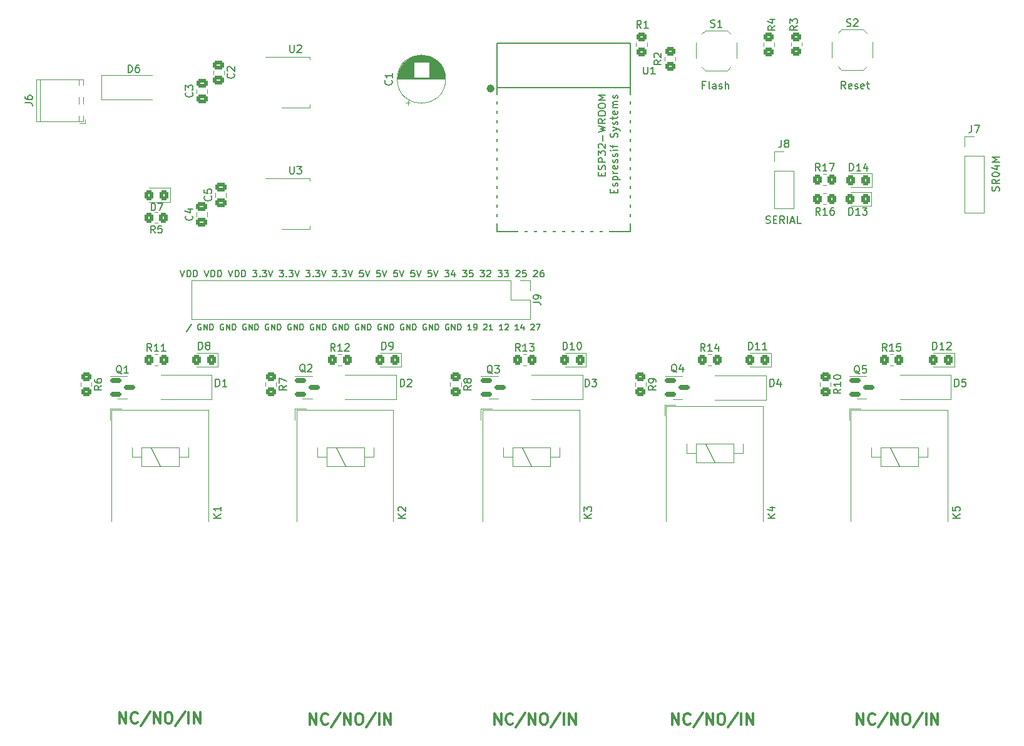
<source format=gto>
%TF.GenerationSoftware,KiCad,Pcbnew,(6.0.5)*%
%TF.CreationDate,2022-06-14T20:52:32+02:00*%
%TF.ProjectId,SmartWatering,536d6172-7457-4617-9465-72696e672e6b,rev?*%
%TF.SameCoordinates,Original*%
%TF.FileFunction,Legend,Top*%
%TF.FilePolarity,Positive*%
%FSLAX46Y46*%
G04 Gerber Fmt 4.6, Leading zero omitted, Abs format (unit mm)*
G04 Created by KiCad (PCBNEW (6.0.5)) date 2022-06-14 20:52:32*
%MOMM*%
%LPD*%
G01*
G04 APERTURE LIST*
G04 Aperture macros list*
%AMRoundRect*
0 Rectangle with rounded corners*
0 $1 Rounding radius*
0 $2 $3 $4 $5 $6 $7 $8 $9 X,Y pos of 4 corners*
0 Add a 4 corners polygon primitive as box body*
4,1,4,$2,$3,$4,$5,$6,$7,$8,$9,$2,$3,0*
0 Add four circle primitives for the rounded corners*
1,1,$1+$1,$2,$3*
1,1,$1+$1,$4,$5*
1,1,$1+$1,$6,$7*
1,1,$1+$1,$8,$9*
0 Add four rect primitives between the rounded corners*
20,1,$1+$1,$2,$3,$4,$5,0*
20,1,$1+$1,$4,$5,$6,$7,0*
20,1,$1+$1,$6,$7,$8,$9,0*
20,1,$1+$1,$8,$9,$2,$3,0*%
G04 Aperture macros list end*
%ADD10C,0.150000*%
%ADD11C,0.300000*%
%ADD12C,0.120000*%
%ADD13C,0.100000*%
%ADD14C,0.500000*%
%ADD15O,3.000000X2.000000*%
%ADD16R,2.000000X3.000000*%
%ADD17O,2.000000X3.000000*%
%ADD18R,1.700000X1.700000*%
%ADD19O,1.700000X1.700000*%
%ADD20RoundRect,0.250000X-0.350000X-0.450000X0.350000X-0.450000X0.350000X0.450000X-0.350000X0.450000X0*%
%ADD21RoundRect,0.250000X0.325000X0.450000X-0.325000X0.450000X-0.325000X-0.450000X0.325000X-0.450000X0*%
%ADD22C,0.800000*%
%ADD23C,6.400000*%
%ADD24RoundRect,0.150000X-0.587500X-0.150000X0.587500X-0.150000X0.587500X0.150000X-0.587500X0.150000X0*%
%ADD25C,1.100000*%
%ADD26R,2.200000X2.200000*%
%ADD27C,2.200000*%
%ADD28R,1.600000X1.600000*%
%ADD29C,1.600000*%
%ADD30R,3.500000X1.800000*%
%ADD31RoundRect,0.250000X-0.450000X0.350000X-0.450000X-0.350000X0.450000X-0.350000X0.450000X0.350000X0*%
%ADD32RoundRect,0.250000X0.450000X-0.350000X0.450000X0.350000X-0.450000X0.350000X-0.450000X-0.350000X0*%
%ADD33RoundRect,0.250000X0.475000X-0.337500X0.475000X0.337500X-0.475000X0.337500X-0.475000X-0.337500X0*%
%ADD34R,1.800000X1.100000*%
%ADD35RoundRect,0.250000X0.350000X0.450000X-0.350000X0.450000X-0.350000X-0.450000X0.350000X-0.450000X0*%
%ADD36O,2.500000X0.900000*%
%ADD37O,0.900000X2.500000*%
%ADD38R,6.000000X6.000000*%
%ADD39C,2.000000*%
%ADD40R,2.000000X1.500000*%
%ADD41R,4.000000X6.000000*%
%ADD42RoundRect,0.250000X-0.475000X0.337500X-0.475000X-0.337500X0.475000X-0.337500X0.475000X0.337500X0*%
G04 APERTURE END LIST*
D10*
X125230476Y-50834761D02*
X125373333Y-50882380D01*
X125611428Y-50882380D01*
X125706666Y-50834761D01*
X125754285Y-50787142D01*
X125801904Y-50691904D01*
X125801904Y-50596666D01*
X125754285Y-50501428D01*
X125706666Y-50453809D01*
X125611428Y-50406190D01*
X125420952Y-50358571D01*
X125325714Y-50310952D01*
X125278095Y-50263333D01*
X125230476Y-50168095D01*
X125230476Y-50072857D01*
X125278095Y-49977619D01*
X125325714Y-49930000D01*
X125420952Y-49882380D01*
X125659047Y-49882380D01*
X125801904Y-49930000D01*
X126230476Y-50358571D02*
X126563809Y-50358571D01*
X126706666Y-50882380D02*
X126230476Y-50882380D01*
X126230476Y-49882380D01*
X126706666Y-49882380D01*
X127706666Y-50882380D02*
X127373333Y-50406190D01*
X127135238Y-50882380D02*
X127135238Y-49882380D01*
X127516190Y-49882380D01*
X127611428Y-49930000D01*
X127659047Y-49977619D01*
X127706666Y-50072857D01*
X127706666Y-50215714D01*
X127659047Y-50310952D01*
X127611428Y-50358571D01*
X127516190Y-50406190D01*
X127135238Y-50406190D01*
X128135238Y-50882380D02*
X128135238Y-49882380D01*
X128563809Y-50596666D02*
X129040000Y-50596666D01*
X128468571Y-50882380D02*
X128801904Y-49882380D01*
X129135238Y-50882380D01*
X129944761Y-50882380D02*
X129468571Y-50882380D01*
X129468571Y-49882380D01*
X45987142Y-57227142D02*
X46287142Y-58127142D01*
X46587142Y-57227142D01*
X46887142Y-58127142D02*
X46887142Y-57227142D01*
X47101428Y-57227142D01*
X47230000Y-57270000D01*
X47315714Y-57355714D01*
X47358571Y-57441428D01*
X47401428Y-57612857D01*
X47401428Y-57741428D01*
X47358571Y-57912857D01*
X47315714Y-57998571D01*
X47230000Y-58084285D01*
X47101428Y-58127142D01*
X46887142Y-58127142D01*
X47787142Y-58127142D02*
X47787142Y-57227142D01*
X48001428Y-57227142D01*
X48130000Y-57270000D01*
X48215714Y-57355714D01*
X48258571Y-57441428D01*
X48301428Y-57612857D01*
X48301428Y-57741428D01*
X48258571Y-57912857D01*
X48215714Y-57998571D01*
X48130000Y-58084285D01*
X48001428Y-58127142D01*
X47787142Y-58127142D01*
X49244285Y-57227142D02*
X49544285Y-58127142D01*
X49844285Y-57227142D01*
X50144285Y-58127142D02*
X50144285Y-57227142D01*
X50358571Y-57227142D01*
X50487142Y-57270000D01*
X50572857Y-57355714D01*
X50615714Y-57441428D01*
X50658571Y-57612857D01*
X50658571Y-57741428D01*
X50615714Y-57912857D01*
X50572857Y-57998571D01*
X50487142Y-58084285D01*
X50358571Y-58127142D01*
X50144285Y-58127142D01*
X51044285Y-58127142D02*
X51044285Y-57227142D01*
X51258571Y-57227142D01*
X51387142Y-57270000D01*
X51472857Y-57355714D01*
X51515714Y-57441428D01*
X51558571Y-57612857D01*
X51558571Y-57741428D01*
X51515714Y-57912857D01*
X51472857Y-57998571D01*
X51387142Y-58084285D01*
X51258571Y-58127142D01*
X51044285Y-58127142D01*
X52501428Y-57227142D02*
X52801428Y-58127142D01*
X53101428Y-57227142D01*
X53401428Y-58127142D02*
X53401428Y-57227142D01*
X53615714Y-57227142D01*
X53744285Y-57270000D01*
X53830000Y-57355714D01*
X53872857Y-57441428D01*
X53915714Y-57612857D01*
X53915714Y-57741428D01*
X53872857Y-57912857D01*
X53830000Y-57998571D01*
X53744285Y-58084285D01*
X53615714Y-58127142D01*
X53401428Y-58127142D01*
X54301428Y-58127142D02*
X54301428Y-57227142D01*
X54515714Y-57227142D01*
X54644285Y-57270000D01*
X54730000Y-57355714D01*
X54772857Y-57441428D01*
X54815714Y-57612857D01*
X54815714Y-57741428D01*
X54772857Y-57912857D01*
X54730000Y-57998571D01*
X54644285Y-58084285D01*
X54515714Y-58127142D01*
X54301428Y-58127142D01*
X55801428Y-57227142D02*
X56358571Y-57227142D01*
X56058571Y-57570000D01*
X56187142Y-57570000D01*
X56272857Y-57612857D01*
X56315714Y-57655714D01*
X56358571Y-57741428D01*
X56358571Y-57955714D01*
X56315714Y-58041428D01*
X56272857Y-58084285D01*
X56187142Y-58127142D01*
X55930000Y-58127142D01*
X55844285Y-58084285D01*
X55801428Y-58041428D01*
X56744285Y-58041428D02*
X56787142Y-58084285D01*
X56744285Y-58127142D01*
X56701428Y-58084285D01*
X56744285Y-58041428D01*
X56744285Y-58127142D01*
X57087142Y-57227142D02*
X57644285Y-57227142D01*
X57344285Y-57570000D01*
X57472857Y-57570000D01*
X57558571Y-57612857D01*
X57601428Y-57655714D01*
X57644285Y-57741428D01*
X57644285Y-57955714D01*
X57601428Y-58041428D01*
X57558571Y-58084285D01*
X57472857Y-58127142D01*
X57215714Y-58127142D01*
X57130000Y-58084285D01*
X57087142Y-58041428D01*
X57901428Y-57227142D02*
X58201428Y-58127142D01*
X58501428Y-57227142D01*
X59401428Y-57227142D02*
X59958571Y-57227142D01*
X59658571Y-57570000D01*
X59787142Y-57570000D01*
X59872857Y-57612857D01*
X59915714Y-57655714D01*
X59958571Y-57741428D01*
X59958571Y-57955714D01*
X59915714Y-58041428D01*
X59872857Y-58084285D01*
X59787142Y-58127142D01*
X59530000Y-58127142D01*
X59444285Y-58084285D01*
X59401428Y-58041428D01*
X60344285Y-58041428D02*
X60387142Y-58084285D01*
X60344285Y-58127142D01*
X60301428Y-58084285D01*
X60344285Y-58041428D01*
X60344285Y-58127142D01*
X60687142Y-57227142D02*
X61244285Y-57227142D01*
X60944285Y-57570000D01*
X61072857Y-57570000D01*
X61158571Y-57612857D01*
X61201428Y-57655714D01*
X61244285Y-57741428D01*
X61244285Y-57955714D01*
X61201428Y-58041428D01*
X61158571Y-58084285D01*
X61072857Y-58127142D01*
X60815714Y-58127142D01*
X60730000Y-58084285D01*
X60687142Y-58041428D01*
X61501428Y-57227142D02*
X61801428Y-58127142D01*
X62101428Y-57227142D01*
X63001428Y-57227142D02*
X63558571Y-57227142D01*
X63258571Y-57570000D01*
X63387142Y-57570000D01*
X63472857Y-57612857D01*
X63515714Y-57655714D01*
X63558571Y-57741428D01*
X63558571Y-57955714D01*
X63515714Y-58041428D01*
X63472857Y-58084285D01*
X63387142Y-58127142D01*
X63130000Y-58127142D01*
X63044285Y-58084285D01*
X63001428Y-58041428D01*
X63944285Y-58041428D02*
X63987142Y-58084285D01*
X63944285Y-58127142D01*
X63901428Y-58084285D01*
X63944285Y-58041428D01*
X63944285Y-58127142D01*
X64287142Y-57227142D02*
X64844285Y-57227142D01*
X64544285Y-57570000D01*
X64672857Y-57570000D01*
X64758571Y-57612857D01*
X64801428Y-57655714D01*
X64844285Y-57741428D01*
X64844285Y-57955714D01*
X64801428Y-58041428D01*
X64758571Y-58084285D01*
X64672857Y-58127142D01*
X64415714Y-58127142D01*
X64330000Y-58084285D01*
X64287142Y-58041428D01*
X65101428Y-57227142D02*
X65401428Y-58127142D01*
X65701428Y-57227142D01*
X66601428Y-57227142D02*
X67158571Y-57227142D01*
X66858571Y-57570000D01*
X66987142Y-57570000D01*
X67072857Y-57612857D01*
X67115714Y-57655714D01*
X67158571Y-57741428D01*
X67158571Y-57955714D01*
X67115714Y-58041428D01*
X67072857Y-58084285D01*
X66987142Y-58127142D01*
X66730000Y-58127142D01*
X66644285Y-58084285D01*
X66601428Y-58041428D01*
X67544285Y-58041428D02*
X67587142Y-58084285D01*
X67544285Y-58127142D01*
X67501428Y-58084285D01*
X67544285Y-58041428D01*
X67544285Y-58127142D01*
X67887142Y-57227142D02*
X68444285Y-57227142D01*
X68144285Y-57570000D01*
X68272857Y-57570000D01*
X68358571Y-57612857D01*
X68401428Y-57655714D01*
X68444285Y-57741428D01*
X68444285Y-57955714D01*
X68401428Y-58041428D01*
X68358571Y-58084285D01*
X68272857Y-58127142D01*
X68015714Y-58127142D01*
X67930000Y-58084285D01*
X67887142Y-58041428D01*
X68701428Y-57227142D02*
X69001428Y-58127142D01*
X69301428Y-57227142D01*
X70715714Y-57227142D02*
X70287142Y-57227142D01*
X70244285Y-57655714D01*
X70287142Y-57612857D01*
X70372857Y-57570000D01*
X70587142Y-57570000D01*
X70672857Y-57612857D01*
X70715714Y-57655714D01*
X70758571Y-57741428D01*
X70758571Y-57955714D01*
X70715714Y-58041428D01*
X70672857Y-58084285D01*
X70587142Y-58127142D01*
X70372857Y-58127142D01*
X70287142Y-58084285D01*
X70244285Y-58041428D01*
X71015714Y-57227142D02*
X71315714Y-58127142D01*
X71615714Y-57227142D01*
X73030000Y-57227142D02*
X72601428Y-57227142D01*
X72558571Y-57655714D01*
X72601428Y-57612857D01*
X72687142Y-57570000D01*
X72901428Y-57570000D01*
X72987142Y-57612857D01*
X73030000Y-57655714D01*
X73072857Y-57741428D01*
X73072857Y-57955714D01*
X73030000Y-58041428D01*
X72987142Y-58084285D01*
X72901428Y-58127142D01*
X72687142Y-58127142D01*
X72601428Y-58084285D01*
X72558571Y-58041428D01*
X73330000Y-57227142D02*
X73630000Y-58127142D01*
X73930000Y-57227142D01*
X75344285Y-57227142D02*
X74915714Y-57227142D01*
X74872857Y-57655714D01*
X74915714Y-57612857D01*
X75001428Y-57570000D01*
X75215714Y-57570000D01*
X75301428Y-57612857D01*
X75344285Y-57655714D01*
X75387142Y-57741428D01*
X75387142Y-57955714D01*
X75344285Y-58041428D01*
X75301428Y-58084285D01*
X75215714Y-58127142D01*
X75001428Y-58127142D01*
X74915714Y-58084285D01*
X74872857Y-58041428D01*
X75644285Y-57227142D02*
X75944285Y-58127142D01*
X76244285Y-57227142D01*
X77658571Y-57227142D02*
X77230000Y-57227142D01*
X77187142Y-57655714D01*
X77230000Y-57612857D01*
X77315714Y-57570000D01*
X77530000Y-57570000D01*
X77615714Y-57612857D01*
X77658571Y-57655714D01*
X77701428Y-57741428D01*
X77701428Y-57955714D01*
X77658571Y-58041428D01*
X77615714Y-58084285D01*
X77530000Y-58127142D01*
X77315714Y-58127142D01*
X77230000Y-58084285D01*
X77187142Y-58041428D01*
X77958571Y-57227142D02*
X78258571Y-58127142D01*
X78558571Y-57227142D01*
X79972857Y-57227142D02*
X79544285Y-57227142D01*
X79501428Y-57655714D01*
X79544285Y-57612857D01*
X79630000Y-57570000D01*
X79844285Y-57570000D01*
X79930000Y-57612857D01*
X79972857Y-57655714D01*
X80015714Y-57741428D01*
X80015714Y-57955714D01*
X79972857Y-58041428D01*
X79930000Y-58084285D01*
X79844285Y-58127142D01*
X79630000Y-58127142D01*
X79544285Y-58084285D01*
X79501428Y-58041428D01*
X80272857Y-57227142D02*
X80572857Y-58127142D01*
X80872857Y-57227142D01*
X81772857Y-57227142D02*
X82330000Y-57227142D01*
X82030000Y-57570000D01*
X82158571Y-57570000D01*
X82244285Y-57612857D01*
X82287142Y-57655714D01*
X82330000Y-57741428D01*
X82330000Y-57955714D01*
X82287142Y-58041428D01*
X82244285Y-58084285D01*
X82158571Y-58127142D01*
X81901428Y-58127142D01*
X81815714Y-58084285D01*
X81772857Y-58041428D01*
X83101428Y-57527142D02*
X83101428Y-58127142D01*
X82887142Y-57184285D02*
X82672857Y-57827142D01*
X83230000Y-57827142D01*
X84172857Y-57227142D02*
X84730000Y-57227142D01*
X84430000Y-57570000D01*
X84558571Y-57570000D01*
X84644285Y-57612857D01*
X84687142Y-57655714D01*
X84730000Y-57741428D01*
X84730000Y-57955714D01*
X84687142Y-58041428D01*
X84644285Y-58084285D01*
X84558571Y-58127142D01*
X84301428Y-58127142D01*
X84215714Y-58084285D01*
X84172857Y-58041428D01*
X85544285Y-57227142D02*
X85115714Y-57227142D01*
X85072857Y-57655714D01*
X85115714Y-57612857D01*
X85201428Y-57570000D01*
X85415714Y-57570000D01*
X85501428Y-57612857D01*
X85544285Y-57655714D01*
X85587142Y-57741428D01*
X85587142Y-57955714D01*
X85544285Y-58041428D01*
X85501428Y-58084285D01*
X85415714Y-58127142D01*
X85201428Y-58127142D01*
X85115714Y-58084285D01*
X85072857Y-58041428D01*
X86572857Y-57227142D02*
X87130000Y-57227142D01*
X86830000Y-57570000D01*
X86958571Y-57570000D01*
X87044285Y-57612857D01*
X87087142Y-57655714D01*
X87130000Y-57741428D01*
X87130000Y-57955714D01*
X87087142Y-58041428D01*
X87044285Y-58084285D01*
X86958571Y-58127142D01*
X86701428Y-58127142D01*
X86615714Y-58084285D01*
X86572857Y-58041428D01*
X87472857Y-57312857D02*
X87515714Y-57270000D01*
X87601428Y-57227142D01*
X87815714Y-57227142D01*
X87901428Y-57270000D01*
X87944285Y-57312857D01*
X87987142Y-57398571D01*
X87987142Y-57484285D01*
X87944285Y-57612857D01*
X87430000Y-58127142D01*
X87987142Y-58127142D01*
X88972857Y-57227142D02*
X89530000Y-57227142D01*
X89230000Y-57570000D01*
X89358571Y-57570000D01*
X89444285Y-57612857D01*
X89487142Y-57655714D01*
X89530000Y-57741428D01*
X89530000Y-57955714D01*
X89487142Y-58041428D01*
X89444285Y-58084285D01*
X89358571Y-58127142D01*
X89101428Y-58127142D01*
X89015714Y-58084285D01*
X88972857Y-58041428D01*
X89830000Y-57227142D02*
X90387142Y-57227142D01*
X90087142Y-57570000D01*
X90215714Y-57570000D01*
X90301428Y-57612857D01*
X90344285Y-57655714D01*
X90387142Y-57741428D01*
X90387142Y-57955714D01*
X90344285Y-58041428D01*
X90301428Y-58084285D01*
X90215714Y-58127142D01*
X89958571Y-58127142D01*
X89872857Y-58084285D01*
X89830000Y-58041428D01*
X91415714Y-57312857D02*
X91458571Y-57270000D01*
X91544285Y-57227142D01*
X91758571Y-57227142D01*
X91844285Y-57270000D01*
X91887142Y-57312857D01*
X91930000Y-57398571D01*
X91930000Y-57484285D01*
X91887142Y-57612857D01*
X91372857Y-58127142D01*
X91930000Y-58127142D01*
X92744285Y-57227142D02*
X92315714Y-57227142D01*
X92272857Y-57655714D01*
X92315714Y-57612857D01*
X92401428Y-57570000D01*
X92615714Y-57570000D01*
X92701428Y-57612857D01*
X92744285Y-57655714D01*
X92787142Y-57741428D01*
X92787142Y-57955714D01*
X92744285Y-58041428D01*
X92701428Y-58084285D01*
X92615714Y-58127142D01*
X92401428Y-58127142D01*
X92315714Y-58084285D01*
X92272857Y-58041428D01*
X93815714Y-57312857D02*
X93858571Y-57270000D01*
X93944285Y-57227142D01*
X94158571Y-57227142D01*
X94244285Y-57270000D01*
X94287142Y-57312857D01*
X94330000Y-57398571D01*
X94330000Y-57484285D01*
X94287142Y-57612857D01*
X93772857Y-58127142D01*
X94330000Y-58127142D01*
X95101428Y-57227142D02*
X94930000Y-57227142D01*
X94844285Y-57270000D01*
X94801428Y-57312857D01*
X94715714Y-57441428D01*
X94672857Y-57612857D01*
X94672857Y-57955714D01*
X94715714Y-58041428D01*
X94758571Y-58084285D01*
X94844285Y-58127142D01*
X95015714Y-58127142D01*
X95101428Y-58084285D01*
X95144285Y-58041428D01*
X95187142Y-57955714D01*
X95187142Y-57741428D01*
X95144285Y-57655714D01*
X95101428Y-57612857D01*
X95015714Y-57570000D01*
X94844285Y-57570000D01*
X94758571Y-57612857D01*
X94715714Y-57655714D01*
X94672857Y-57741428D01*
D11*
X137535714Y-118678571D02*
X137535714Y-117178571D01*
X138392857Y-118678571D01*
X138392857Y-117178571D01*
X139964285Y-118535714D02*
X139892857Y-118607142D01*
X139678571Y-118678571D01*
X139535714Y-118678571D01*
X139321428Y-118607142D01*
X139178571Y-118464285D01*
X139107142Y-118321428D01*
X139035714Y-118035714D01*
X139035714Y-117821428D01*
X139107142Y-117535714D01*
X139178571Y-117392857D01*
X139321428Y-117250000D01*
X139535714Y-117178571D01*
X139678571Y-117178571D01*
X139892857Y-117250000D01*
X139964285Y-117321428D01*
X141678571Y-117107142D02*
X140392857Y-119035714D01*
X142178571Y-118678571D02*
X142178571Y-117178571D01*
X143035714Y-118678571D01*
X143035714Y-117178571D01*
X144035714Y-117178571D02*
X144321428Y-117178571D01*
X144464285Y-117250000D01*
X144607142Y-117392857D01*
X144678571Y-117678571D01*
X144678571Y-118178571D01*
X144607142Y-118464285D01*
X144464285Y-118607142D01*
X144321428Y-118678571D01*
X144035714Y-118678571D01*
X143892857Y-118607142D01*
X143750000Y-118464285D01*
X143678571Y-118178571D01*
X143678571Y-117678571D01*
X143750000Y-117392857D01*
X143892857Y-117250000D01*
X144035714Y-117178571D01*
X146392857Y-117107142D02*
X145107142Y-119035714D01*
X146892857Y-118678571D02*
X146892857Y-117178571D01*
X147607142Y-118678571D02*
X147607142Y-117178571D01*
X148464285Y-118678571D01*
X148464285Y-117178571D01*
X63535714Y-118678571D02*
X63535714Y-117178571D01*
X64392857Y-118678571D01*
X64392857Y-117178571D01*
X65964285Y-118535714D02*
X65892857Y-118607142D01*
X65678571Y-118678571D01*
X65535714Y-118678571D01*
X65321428Y-118607142D01*
X65178571Y-118464285D01*
X65107142Y-118321428D01*
X65035714Y-118035714D01*
X65035714Y-117821428D01*
X65107142Y-117535714D01*
X65178571Y-117392857D01*
X65321428Y-117250000D01*
X65535714Y-117178571D01*
X65678571Y-117178571D01*
X65892857Y-117250000D01*
X65964285Y-117321428D01*
X67678571Y-117107142D02*
X66392857Y-119035714D01*
X68178571Y-118678571D02*
X68178571Y-117178571D01*
X69035714Y-118678571D01*
X69035714Y-117178571D01*
X70035714Y-117178571D02*
X70321428Y-117178571D01*
X70464285Y-117250000D01*
X70607142Y-117392857D01*
X70678571Y-117678571D01*
X70678571Y-118178571D01*
X70607142Y-118464285D01*
X70464285Y-118607142D01*
X70321428Y-118678571D01*
X70035714Y-118678571D01*
X69892857Y-118607142D01*
X69750000Y-118464285D01*
X69678571Y-118178571D01*
X69678571Y-117678571D01*
X69750000Y-117392857D01*
X69892857Y-117250000D01*
X70035714Y-117178571D01*
X72392857Y-117107142D02*
X71107142Y-119035714D01*
X72892857Y-118678571D02*
X72892857Y-117178571D01*
X73607142Y-118678571D02*
X73607142Y-117178571D01*
X74464285Y-118678571D01*
X74464285Y-117178571D01*
D10*
X136011904Y-32692380D02*
X135678571Y-32216190D01*
X135440476Y-32692380D02*
X135440476Y-31692380D01*
X135821428Y-31692380D01*
X135916666Y-31740000D01*
X135964285Y-31787619D01*
X136011904Y-31882857D01*
X136011904Y-32025714D01*
X135964285Y-32120952D01*
X135916666Y-32168571D01*
X135821428Y-32216190D01*
X135440476Y-32216190D01*
X136821428Y-32644761D02*
X136726190Y-32692380D01*
X136535714Y-32692380D01*
X136440476Y-32644761D01*
X136392857Y-32549523D01*
X136392857Y-32168571D01*
X136440476Y-32073333D01*
X136535714Y-32025714D01*
X136726190Y-32025714D01*
X136821428Y-32073333D01*
X136869047Y-32168571D01*
X136869047Y-32263809D01*
X136392857Y-32359047D01*
X137250000Y-32644761D02*
X137345238Y-32692380D01*
X137535714Y-32692380D01*
X137630952Y-32644761D01*
X137678571Y-32549523D01*
X137678571Y-32501904D01*
X137630952Y-32406666D01*
X137535714Y-32359047D01*
X137392857Y-32359047D01*
X137297619Y-32311428D01*
X137250000Y-32216190D01*
X137250000Y-32168571D01*
X137297619Y-32073333D01*
X137392857Y-32025714D01*
X137535714Y-32025714D01*
X137630952Y-32073333D01*
X138488095Y-32644761D02*
X138392857Y-32692380D01*
X138202380Y-32692380D01*
X138107142Y-32644761D01*
X138059523Y-32549523D01*
X138059523Y-32168571D01*
X138107142Y-32073333D01*
X138202380Y-32025714D01*
X138392857Y-32025714D01*
X138488095Y-32073333D01*
X138535714Y-32168571D01*
X138535714Y-32263809D01*
X138059523Y-32359047D01*
X138821428Y-32025714D02*
X139202380Y-32025714D01*
X138964285Y-31692380D02*
X138964285Y-32549523D01*
X139011904Y-32644761D01*
X139107142Y-32692380D01*
X139202380Y-32692380D01*
D11*
X88535714Y-118678571D02*
X88535714Y-117178571D01*
X89392857Y-118678571D01*
X89392857Y-117178571D01*
X90964285Y-118535714D02*
X90892857Y-118607142D01*
X90678571Y-118678571D01*
X90535714Y-118678571D01*
X90321428Y-118607142D01*
X90178571Y-118464285D01*
X90107142Y-118321428D01*
X90035714Y-118035714D01*
X90035714Y-117821428D01*
X90107142Y-117535714D01*
X90178571Y-117392857D01*
X90321428Y-117250000D01*
X90535714Y-117178571D01*
X90678571Y-117178571D01*
X90892857Y-117250000D01*
X90964285Y-117321428D01*
X92678571Y-117107142D02*
X91392857Y-119035714D01*
X93178571Y-118678571D02*
X93178571Y-117178571D01*
X94035714Y-118678571D01*
X94035714Y-117178571D01*
X95035714Y-117178571D02*
X95321428Y-117178571D01*
X95464285Y-117250000D01*
X95607142Y-117392857D01*
X95678571Y-117678571D01*
X95678571Y-118178571D01*
X95607142Y-118464285D01*
X95464285Y-118607142D01*
X95321428Y-118678571D01*
X95035714Y-118678571D01*
X94892857Y-118607142D01*
X94750000Y-118464285D01*
X94678571Y-118178571D01*
X94678571Y-117678571D01*
X94750000Y-117392857D01*
X94892857Y-117250000D01*
X95035714Y-117178571D01*
X97392857Y-117107142D02*
X96107142Y-119035714D01*
X97892857Y-118678571D02*
X97892857Y-117178571D01*
X98607142Y-118678571D02*
X98607142Y-117178571D01*
X99464285Y-118678571D01*
X99464285Y-117178571D01*
D10*
X156734761Y-46509523D02*
X156782380Y-46366666D01*
X156782380Y-46128571D01*
X156734761Y-46033333D01*
X156687142Y-45985714D01*
X156591904Y-45938095D01*
X156496666Y-45938095D01*
X156401428Y-45985714D01*
X156353809Y-46033333D01*
X156306190Y-46128571D01*
X156258571Y-46319047D01*
X156210952Y-46414285D01*
X156163333Y-46461904D01*
X156068095Y-46509523D01*
X155972857Y-46509523D01*
X155877619Y-46461904D01*
X155830000Y-46414285D01*
X155782380Y-46319047D01*
X155782380Y-46080952D01*
X155830000Y-45938095D01*
X156782380Y-44938095D02*
X156306190Y-45271428D01*
X156782380Y-45509523D02*
X155782380Y-45509523D01*
X155782380Y-45128571D01*
X155830000Y-45033333D01*
X155877619Y-44985714D01*
X155972857Y-44938095D01*
X156115714Y-44938095D01*
X156210952Y-44985714D01*
X156258571Y-45033333D01*
X156306190Y-45128571D01*
X156306190Y-45509523D01*
X155782380Y-44319047D02*
X155782380Y-44223809D01*
X155830000Y-44128571D01*
X155877619Y-44080952D01*
X155972857Y-44033333D01*
X156163333Y-43985714D01*
X156401428Y-43985714D01*
X156591904Y-44033333D01*
X156687142Y-44080952D01*
X156734761Y-44128571D01*
X156782380Y-44223809D01*
X156782380Y-44319047D01*
X156734761Y-44414285D01*
X156687142Y-44461904D01*
X156591904Y-44509523D01*
X156401428Y-44557142D01*
X156163333Y-44557142D01*
X155972857Y-44509523D01*
X155877619Y-44461904D01*
X155830000Y-44414285D01*
X155782380Y-44319047D01*
X156115714Y-43128571D02*
X156782380Y-43128571D01*
X155734761Y-43366666D02*
X156449047Y-43604761D01*
X156449047Y-42985714D01*
X156782380Y-42604761D02*
X155782380Y-42604761D01*
X156496666Y-42271428D01*
X155782380Y-41938095D01*
X156782380Y-41938095D01*
D11*
X37775714Y-118528571D02*
X37775714Y-117028571D01*
X38632857Y-118528571D01*
X38632857Y-117028571D01*
X40204285Y-118385714D02*
X40132857Y-118457142D01*
X39918571Y-118528571D01*
X39775714Y-118528571D01*
X39561428Y-118457142D01*
X39418571Y-118314285D01*
X39347142Y-118171428D01*
X39275714Y-117885714D01*
X39275714Y-117671428D01*
X39347142Y-117385714D01*
X39418571Y-117242857D01*
X39561428Y-117100000D01*
X39775714Y-117028571D01*
X39918571Y-117028571D01*
X40132857Y-117100000D01*
X40204285Y-117171428D01*
X41918571Y-116957142D02*
X40632857Y-118885714D01*
X42418571Y-118528571D02*
X42418571Y-117028571D01*
X43275714Y-118528571D01*
X43275714Y-117028571D01*
X44275714Y-117028571D02*
X44561428Y-117028571D01*
X44704285Y-117100000D01*
X44847142Y-117242857D01*
X44918571Y-117528571D01*
X44918571Y-118028571D01*
X44847142Y-118314285D01*
X44704285Y-118457142D01*
X44561428Y-118528571D01*
X44275714Y-118528571D01*
X44132857Y-118457142D01*
X43990000Y-118314285D01*
X43918571Y-118028571D01*
X43918571Y-117528571D01*
X43990000Y-117242857D01*
X44132857Y-117100000D01*
X44275714Y-117028571D01*
X46632857Y-116957142D02*
X45347142Y-118885714D01*
X47132857Y-118528571D02*
X47132857Y-117028571D01*
X47847142Y-118528571D02*
X47847142Y-117028571D01*
X48704285Y-118528571D01*
X48704285Y-117028571D01*
D10*
X116971428Y-32168571D02*
X116638095Y-32168571D01*
X116638095Y-32692380D02*
X116638095Y-31692380D01*
X117114285Y-31692380D01*
X117638095Y-32692380D02*
X117542857Y-32644761D01*
X117495238Y-32549523D01*
X117495238Y-31692380D01*
X118447619Y-32692380D02*
X118447619Y-32168571D01*
X118400000Y-32073333D01*
X118304761Y-32025714D01*
X118114285Y-32025714D01*
X118019047Y-32073333D01*
X118447619Y-32644761D02*
X118352380Y-32692380D01*
X118114285Y-32692380D01*
X118019047Y-32644761D01*
X117971428Y-32549523D01*
X117971428Y-32454285D01*
X118019047Y-32359047D01*
X118114285Y-32311428D01*
X118352380Y-32311428D01*
X118447619Y-32263809D01*
X118876190Y-32644761D02*
X118971428Y-32692380D01*
X119161904Y-32692380D01*
X119257142Y-32644761D01*
X119304761Y-32549523D01*
X119304761Y-32501904D01*
X119257142Y-32406666D01*
X119161904Y-32359047D01*
X119019047Y-32359047D01*
X118923809Y-32311428D01*
X118876190Y-32216190D01*
X118876190Y-32168571D01*
X118923809Y-32073333D01*
X119019047Y-32025714D01*
X119161904Y-32025714D01*
X119257142Y-32073333D01*
X119733333Y-32692380D02*
X119733333Y-31692380D01*
X120161904Y-32692380D02*
X120161904Y-32168571D01*
X120114285Y-32073333D01*
X120019047Y-32025714D01*
X119876190Y-32025714D01*
X119780952Y-32073333D01*
X119733333Y-32120952D01*
X47493809Y-64483809D02*
X46808095Y-65512380D01*
X48789047Y-64560000D02*
X48712857Y-64521904D01*
X48598571Y-64521904D01*
X48484285Y-64560000D01*
X48408095Y-64636190D01*
X48370000Y-64712380D01*
X48331904Y-64864761D01*
X48331904Y-64979047D01*
X48370000Y-65131428D01*
X48408095Y-65207619D01*
X48484285Y-65283809D01*
X48598571Y-65321904D01*
X48674761Y-65321904D01*
X48789047Y-65283809D01*
X48827142Y-65245714D01*
X48827142Y-64979047D01*
X48674761Y-64979047D01*
X49170000Y-65321904D02*
X49170000Y-64521904D01*
X49627142Y-65321904D01*
X49627142Y-64521904D01*
X50008095Y-65321904D02*
X50008095Y-64521904D01*
X50198571Y-64521904D01*
X50312857Y-64560000D01*
X50389047Y-64636190D01*
X50427142Y-64712380D01*
X50465238Y-64864761D01*
X50465238Y-64979047D01*
X50427142Y-65131428D01*
X50389047Y-65207619D01*
X50312857Y-65283809D01*
X50198571Y-65321904D01*
X50008095Y-65321904D01*
X51836666Y-64560000D02*
X51760476Y-64521904D01*
X51646190Y-64521904D01*
X51531904Y-64560000D01*
X51455714Y-64636190D01*
X51417619Y-64712380D01*
X51379523Y-64864761D01*
X51379523Y-64979047D01*
X51417619Y-65131428D01*
X51455714Y-65207619D01*
X51531904Y-65283809D01*
X51646190Y-65321904D01*
X51722380Y-65321904D01*
X51836666Y-65283809D01*
X51874761Y-65245714D01*
X51874761Y-64979047D01*
X51722380Y-64979047D01*
X52217619Y-65321904D02*
X52217619Y-64521904D01*
X52674761Y-65321904D01*
X52674761Y-64521904D01*
X53055714Y-65321904D02*
X53055714Y-64521904D01*
X53246190Y-64521904D01*
X53360476Y-64560000D01*
X53436666Y-64636190D01*
X53474761Y-64712380D01*
X53512857Y-64864761D01*
X53512857Y-64979047D01*
X53474761Y-65131428D01*
X53436666Y-65207619D01*
X53360476Y-65283809D01*
X53246190Y-65321904D01*
X53055714Y-65321904D01*
X54884285Y-64560000D02*
X54808095Y-64521904D01*
X54693809Y-64521904D01*
X54579523Y-64560000D01*
X54503333Y-64636190D01*
X54465238Y-64712380D01*
X54427142Y-64864761D01*
X54427142Y-64979047D01*
X54465238Y-65131428D01*
X54503333Y-65207619D01*
X54579523Y-65283809D01*
X54693809Y-65321904D01*
X54770000Y-65321904D01*
X54884285Y-65283809D01*
X54922380Y-65245714D01*
X54922380Y-64979047D01*
X54770000Y-64979047D01*
X55265238Y-65321904D02*
X55265238Y-64521904D01*
X55722380Y-65321904D01*
X55722380Y-64521904D01*
X56103333Y-65321904D02*
X56103333Y-64521904D01*
X56293809Y-64521904D01*
X56408095Y-64560000D01*
X56484285Y-64636190D01*
X56522380Y-64712380D01*
X56560476Y-64864761D01*
X56560476Y-64979047D01*
X56522380Y-65131428D01*
X56484285Y-65207619D01*
X56408095Y-65283809D01*
X56293809Y-65321904D01*
X56103333Y-65321904D01*
X57931904Y-64560000D02*
X57855714Y-64521904D01*
X57741428Y-64521904D01*
X57627142Y-64560000D01*
X57550952Y-64636190D01*
X57512857Y-64712380D01*
X57474761Y-64864761D01*
X57474761Y-64979047D01*
X57512857Y-65131428D01*
X57550952Y-65207619D01*
X57627142Y-65283809D01*
X57741428Y-65321904D01*
X57817619Y-65321904D01*
X57931904Y-65283809D01*
X57970000Y-65245714D01*
X57970000Y-64979047D01*
X57817619Y-64979047D01*
X58312857Y-65321904D02*
X58312857Y-64521904D01*
X58770000Y-65321904D01*
X58770000Y-64521904D01*
X59150952Y-65321904D02*
X59150952Y-64521904D01*
X59341428Y-64521904D01*
X59455714Y-64560000D01*
X59531904Y-64636190D01*
X59570000Y-64712380D01*
X59608095Y-64864761D01*
X59608095Y-64979047D01*
X59570000Y-65131428D01*
X59531904Y-65207619D01*
X59455714Y-65283809D01*
X59341428Y-65321904D01*
X59150952Y-65321904D01*
X60979523Y-64560000D02*
X60903333Y-64521904D01*
X60789047Y-64521904D01*
X60674761Y-64560000D01*
X60598571Y-64636190D01*
X60560476Y-64712380D01*
X60522380Y-64864761D01*
X60522380Y-64979047D01*
X60560476Y-65131428D01*
X60598571Y-65207619D01*
X60674761Y-65283809D01*
X60789047Y-65321904D01*
X60865238Y-65321904D01*
X60979523Y-65283809D01*
X61017619Y-65245714D01*
X61017619Y-64979047D01*
X60865238Y-64979047D01*
X61360476Y-65321904D02*
X61360476Y-64521904D01*
X61817619Y-65321904D01*
X61817619Y-64521904D01*
X62198571Y-65321904D02*
X62198571Y-64521904D01*
X62389047Y-64521904D01*
X62503333Y-64560000D01*
X62579523Y-64636190D01*
X62617619Y-64712380D01*
X62655714Y-64864761D01*
X62655714Y-64979047D01*
X62617619Y-65131428D01*
X62579523Y-65207619D01*
X62503333Y-65283809D01*
X62389047Y-65321904D01*
X62198571Y-65321904D01*
X64027142Y-64560000D02*
X63950952Y-64521904D01*
X63836666Y-64521904D01*
X63722380Y-64560000D01*
X63646190Y-64636190D01*
X63608095Y-64712380D01*
X63570000Y-64864761D01*
X63570000Y-64979047D01*
X63608095Y-65131428D01*
X63646190Y-65207619D01*
X63722380Y-65283809D01*
X63836666Y-65321904D01*
X63912857Y-65321904D01*
X64027142Y-65283809D01*
X64065238Y-65245714D01*
X64065238Y-64979047D01*
X63912857Y-64979047D01*
X64408095Y-65321904D02*
X64408095Y-64521904D01*
X64865238Y-65321904D01*
X64865238Y-64521904D01*
X65246190Y-65321904D02*
X65246190Y-64521904D01*
X65436666Y-64521904D01*
X65550952Y-64560000D01*
X65627142Y-64636190D01*
X65665238Y-64712380D01*
X65703333Y-64864761D01*
X65703333Y-64979047D01*
X65665238Y-65131428D01*
X65627142Y-65207619D01*
X65550952Y-65283809D01*
X65436666Y-65321904D01*
X65246190Y-65321904D01*
X67074761Y-64560000D02*
X66998571Y-64521904D01*
X66884285Y-64521904D01*
X66770000Y-64560000D01*
X66693809Y-64636190D01*
X66655714Y-64712380D01*
X66617619Y-64864761D01*
X66617619Y-64979047D01*
X66655714Y-65131428D01*
X66693809Y-65207619D01*
X66770000Y-65283809D01*
X66884285Y-65321904D01*
X66960476Y-65321904D01*
X67074761Y-65283809D01*
X67112857Y-65245714D01*
X67112857Y-64979047D01*
X66960476Y-64979047D01*
X67455714Y-65321904D02*
X67455714Y-64521904D01*
X67912857Y-65321904D01*
X67912857Y-64521904D01*
X68293809Y-65321904D02*
X68293809Y-64521904D01*
X68484285Y-64521904D01*
X68598571Y-64560000D01*
X68674761Y-64636190D01*
X68712857Y-64712380D01*
X68750952Y-64864761D01*
X68750952Y-64979047D01*
X68712857Y-65131428D01*
X68674761Y-65207619D01*
X68598571Y-65283809D01*
X68484285Y-65321904D01*
X68293809Y-65321904D01*
X70122380Y-64560000D02*
X70046190Y-64521904D01*
X69931904Y-64521904D01*
X69817619Y-64560000D01*
X69741428Y-64636190D01*
X69703333Y-64712380D01*
X69665238Y-64864761D01*
X69665238Y-64979047D01*
X69703333Y-65131428D01*
X69741428Y-65207619D01*
X69817619Y-65283809D01*
X69931904Y-65321904D01*
X70008095Y-65321904D01*
X70122380Y-65283809D01*
X70160476Y-65245714D01*
X70160476Y-64979047D01*
X70008095Y-64979047D01*
X70503333Y-65321904D02*
X70503333Y-64521904D01*
X70960476Y-65321904D01*
X70960476Y-64521904D01*
X71341428Y-65321904D02*
X71341428Y-64521904D01*
X71531904Y-64521904D01*
X71646190Y-64560000D01*
X71722380Y-64636190D01*
X71760476Y-64712380D01*
X71798571Y-64864761D01*
X71798571Y-64979047D01*
X71760476Y-65131428D01*
X71722380Y-65207619D01*
X71646190Y-65283809D01*
X71531904Y-65321904D01*
X71341428Y-65321904D01*
X73170000Y-64560000D02*
X73093809Y-64521904D01*
X72979523Y-64521904D01*
X72865238Y-64560000D01*
X72789047Y-64636190D01*
X72750952Y-64712380D01*
X72712857Y-64864761D01*
X72712857Y-64979047D01*
X72750952Y-65131428D01*
X72789047Y-65207619D01*
X72865238Y-65283809D01*
X72979523Y-65321904D01*
X73055714Y-65321904D01*
X73170000Y-65283809D01*
X73208095Y-65245714D01*
X73208095Y-64979047D01*
X73055714Y-64979047D01*
X73550952Y-65321904D02*
X73550952Y-64521904D01*
X74008095Y-65321904D01*
X74008095Y-64521904D01*
X74389047Y-65321904D02*
X74389047Y-64521904D01*
X74579523Y-64521904D01*
X74693809Y-64560000D01*
X74770000Y-64636190D01*
X74808095Y-64712380D01*
X74846190Y-64864761D01*
X74846190Y-64979047D01*
X74808095Y-65131428D01*
X74770000Y-65207619D01*
X74693809Y-65283809D01*
X74579523Y-65321904D01*
X74389047Y-65321904D01*
X76217619Y-64560000D02*
X76141428Y-64521904D01*
X76027142Y-64521904D01*
X75912857Y-64560000D01*
X75836666Y-64636190D01*
X75798571Y-64712380D01*
X75760476Y-64864761D01*
X75760476Y-64979047D01*
X75798571Y-65131428D01*
X75836666Y-65207619D01*
X75912857Y-65283809D01*
X76027142Y-65321904D01*
X76103333Y-65321904D01*
X76217619Y-65283809D01*
X76255714Y-65245714D01*
X76255714Y-64979047D01*
X76103333Y-64979047D01*
X76598571Y-65321904D02*
X76598571Y-64521904D01*
X77055714Y-65321904D01*
X77055714Y-64521904D01*
X77436666Y-65321904D02*
X77436666Y-64521904D01*
X77627142Y-64521904D01*
X77741428Y-64560000D01*
X77817619Y-64636190D01*
X77855714Y-64712380D01*
X77893809Y-64864761D01*
X77893809Y-64979047D01*
X77855714Y-65131428D01*
X77817619Y-65207619D01*
X77741428Y-65283809D01*
X77627142Y-65321904D01*
X77436666Y-65321904D01*
X79265238Y-64560000D02*
X79189047Y-64521904D01*
X79074761Y-64521904D01*
X78960476Y-64560000D01*
X78884285Y-64636190D01*
X78846190Y-64712380D01*
X78808095Y-64864761D01*
X78808095Y-64979047D01*
X78846190Y-65131428D01*
X78884285Y-65207619D01*
X78960476Y-65283809D01*
X79074761Y-65321904D01*
X79150952Y-65321904D01*
X79265238Y-65283809D01*
X79303333Y-65245714D01*
X79303333Y-64979047D01*
X79150952Y-64979047D01*
X79646190Y-65321904D02*
X79646190Y-64521904D01*
X80103333Y-65321904D01*
X80103333Y-64521904D01*
X80484285Y-65321904D02*
X80484285Y-64521904D01*
X80674761Y-64521904D01*
X80789047Y-64560000D01*
X80865238Y-64636190D01*
X80903333Y-64712380D01*
X80941428Y-64864761D01*
X80941428Y-64979047D01*
X80903333Y-65131428D01*
X80865238Y-65207619D01*
X80789047Y-65283809D01*
X80674761Y-65321904D01*
X80484285Y-65321904D01*
X82312857Y-64560000D02*
X82236666Y-64521904D01*
X82122380Y-64521904D01*
X82008095Y-64560000D01*
X81931904Y-64636190D01*
X81893809Y-64712380D01*
X81855714Y-64864761D01*
X81855714Y-64979047D01*
X81893809Y-65131428D01*
X81931904Y-65207619D01*
X82008095Y-65283809D01*
X82122380Y-65321904D01*
X82198571Y-65321904D01*
X82312857Y-65283809D01*
X82350952Y-65245714D01*
X82350952Y-64979047D01*
X82198571Y-64979047D01*
X82693809Y-65321904D02*
X82693809Y-64521904D01*
X83150952Y-65321904D01*
X83150952Y-64521904D01*
X83531904Y-65321904D02*
X83531904Y-64521904D01*
X83722380Y-64521904D01*
X83836666Y-64560000D01*
X83912857Y-64636190D01*
X83950952Y-64712380D01*
X83989047Y-64864761D01*
X83989047Y-64979047D01*
X83950952Y-65131428D01*
X83912857Y-65207619D01*
X83836666Y-65283809D01*
X83722380Y-65321904D01*
X83531904Y-65321904D01*
X85360476Y-65321904D02*
X84903333Y-65321904D01*
X85131904Y-65321904D02*
X85131904Y-64521904D01*
X85055714Y-64636190D01*
X84979523Y-64712380D01*
X84903333Y-64750476D01*
X85741428Y-65321904D02*
X85893809Y-65321904D01*
X85970000Y-65283809D01*
X86008095Y-65245714D01*
X86084285Y-65131428D01*
X86122380Y-64979047D01*
X86122380Y-64674285D01*
X86084285Y-64598095D01*
X86046190Y-64560000D01*
X85970000Y-64521904D01*
X85817619Y-64521904D01*
X85741428Y-64560000D01*
X85703333Y-64598095D01*
X85665238Y-64674285D01*
X85665238Y-64864761D01*
X85703333Y-64940952D01*
X85741428Y-64979047D01*
X85817619Y-65017142D01*
X85970000Y-65017142D01*
X86046190Y-64979047D01*
X86084285Y-64940952D01*
X86122380Y-64864761D01*
X87036666Y-64598095D02*
X87074761Y-64560000D01*
X87150952Y-64521904D01*
X87341428Y-64521904D01*
X87417619Y-64560000D01*
X87455714Y-64598095D01*
X87493809Y-64674285D01*
X87493809Y-64750476D01*
X87455714Y-64864761D01*
X86998571Y-65321904D01*
X87493809Y-65321904D01*
X88255714Y-65321904D02*
X87798571Y-65321904D01*
X88027142Y-65321904D02*
X88027142Y-64521904D01*
X87950952Y-64636190D01*
X87874761Y-64712380D01*
X87798571Y-64750476D01*
X89627142Y-65321904D02*
X89170000Y-65321904D01*
X89398571Y-65321904D02*
X89398571Y-64521904D01*
X89322380Y-64636190D01*
X89246190Y-64712380D01*
X89170000Y-64750476D01*
X89931904Y-64598095D02*
X89970000Y-64560000D01*
X90046190Y-64521904D01*
X90236666Y-64521904D01*
X90312857Y-64560000D01*
X90350952Y-64598095D01*
X90389047Y-64674285D01*
X90389047Y-64750476D01*
X90350952Y-64864761D01*
X89893809Y-65321904D01*
X90389047Y-65321904D01*
X91760476Y-65321904D02*
X91303333Y-65321904D01*
X91531904Y-65321904D02*
X91531904Y-64521904D01*
X91455714Y-64636190D01*
X91379523Y-64712380D01*
X91303333Y-64750476D01*
X92446190Y-64788571D02*
X92446190Y-65321904D01*
X92255714Y-64483809D02*
X92065238Y-65055238D01*
X92560476Y-65055238D01*
X93436666Y-64598095D02*
X93474761Y-64560000D01*
X93550952Y-64521904D01*
X93741428Y-64521904D01*
X93817619Y-64560000D01*
X93855714Y-64598095D01*
X93893809Y-64674285D01*
X93893809Y-64750476D01*
X93855714Y-64864761D01*
X93398571Y-65321904D01*
X93893809Y-65321904D01*
X94160476Y-64521904D02*
X94693809Y-64521904D01*
X94350952Y-65321904D01*
D11*
X112535714Y-118678571D02*
X112535714Y-117178571D01*
X113392857Y-118678571D01*
X113392857Y-117178571D01*
X114964285Y-118535714D02*
X114892857Y-118607142D01*
X114678571Y-118678571D01*
X114535714Y-118678571D01*
X114321428Y-118607142D01*
X114178571Y-118464285D01*
X114107142Y-118321428D01*
X114035714Y-118035714D01*
X114035714Y-117821428D01*
X114107142Y-117535714D01*
X114178571Y-117392857D01*
X114321428Y-117250000D01*
X114535714Y-117178571D01*
X114678571Y-117178571D01*
X114892857Y-117250000D01*
X114964285Y-117321428D01*
X116678571Y-117107142D02*
X115392857Y-119035714D01*
X117178571Y-118678571D02*
X117178571Y-117178571D01*
X118035714Y-118678571D01*
X118035714Y-117178571D01*
X119035714Y-117178571D02*
X119321428Y-117178571D01*
X119464285Y-117250000D01*
X119607142Y-117392857D01*
X119678571Y-117678571D01*
X119678571Y-118178571D01*
X119607142Y-118464285D01*
X119464285Y-118607142D01*
X119321428Y-118678571D01*
X119035714Y-118678571D01*
X118892857Y-118607142D01*
X118750000Y-118464285D01*
X118678571Y-118178571D01*
X118678571Y-117678571D01*
X118750000Y-117392857D01*
X118892857Y-117250000D01*
X119035714Y-117178571D01*
X121392857Y-117107142D02*
X120107142Y-119035714D01*
X121892857Y-118678571D02*
X121892857Y-117178571D01*
X122607142Y-118678571D02*
X122607142Y-117178571D01*
X123464285Y-118678571D01*
X123464285Y-117178571D01*
D10*
%TO.C,K2*%
X76452380Y-90738095D02*
X75452380Y-90738095D01*
X76452380Y-90166666D02*
X75880952Y-90595238D01*
X75452380Y-90166666D02*
X76023809Y-90738095D01*
X75547619Y-89785714D02*
X75500000Y-89738095D01*
X75452380Y-89642857D01*
X75452380Y-89404761D01*
X75500000Y-89309523D01*
X75547619Y-89261904D01*
X75642857Y-89214285D01*
X75738095Y-89214285D01*
X75880952Y-89261904D01*
X76452380Y-89833333D01*
X76452380Y-89214285D01*
%TO.C,J8*%
X127296666Y-39592380D02*
X127296666Y-40306666D01*
X127249047Y-40449523D01*
X127153809Y-40544761D01*
X127010952Y-40592380D01*
X126915714Y-40592380D01*
X127915714Y-40020952D02*
X127820476Y-39973333D01*
X127772857Y-39925714D01*
X127725238Y-39830476D01*
X127725238Y-39782857D01*
X127772857Y-39687619D01*
X127820476Y-39640000D01*
X127915714Y-39592380D01*
X128106190Y-39592380D01*
X128201428Y-39640000D01*
X128249047Y-39687619D01*
X128296666Y-39782857D01*
X128296666Y-39830476D01*
X128249047Y-39925714D01*
X128201428Y-39973333D01*
X128106190Y-40020952D01*
X127915714Y-40020952D01*
X127820476Y-40068571D01*
X127772857Y-40116190D01*
X127725238Y-40211428D01*
X127725238Y-40401904D01*
X127772857Y-40497142D01*
X127820476Y-40544761D01*
X127915714Y-40592380D01*
X128106190Y-40592380D01*
X128201428Y-40544761D01*
X128249047Y-40497142D01*
X128296666Y-40401904D01*
X128296666Y-40211428D01*
X128249047Y-40116190D01*
X128201428Y-40068571D01*
X128106190Y-40020952D01*
%TO.C,R11*%
X42114642Y-68162380D02*
X41781309Y-67686190D01*
X41543214Y-68162380D02*
X41543214Y-67162380D01*
X41924166Y-67162380D01*
X42019404Y-67210000D01*
X42067023Y-67257619D01*
X42114642Y-67352857D01*
X42114642Y-67495714D01*
X42067023Y-67590952D01*
X42019404Y-67638571D01*
X41924166Y-67686190D01*
X41543214Y-67686190D01*
X43067023Y-68162380D02*
X42495595Y-68162380D01*
X42781309Y-68162380D02*
X42781309Y-67162380D01*
X42686071Y-67305238D01*
X42590833Y-67400476D01*
X42495595Y-67448095D01*
X44019404Y-68162380D02*
X43447976Y-68162380D01*
X43733690Y-68162380D02*
X43733690Y-67162380D01*
X43638452Y-67305238D01*
X43543214Y-67400476D01*
X43447976Y-67448095D01*
%TO.C,D9*%
X73273572Y-67952380D02*
X73273572Y-66952380D01*
X73511668Y-66952380D01*
X73654525Y-67000000D01*
X73749763Y-67095238D01*
X73797382Y-67190476D01*
X73845001Y-67380952D01*
X73845001Y-67523809D01*
X73797382Y-67714285D01*
X73749763Y-67809523D01*
X73654525Y-67904761D01*
X73511668Y-67952380D01*
X73273572Y-67952380D01*
X74321191Y-67952380D02*
X74511668Y-67952380D01*
X74606906Y-67904761D01*
X74654525Y-67857142D01*
X74749763Y-67714285D01*
X74797382Y-67523809D01*
X74797382Y-67142857D01*
X74749763Y-67047619D01*
X74702144Y-67000000D01*
X74606906Y-66952380D01*
X74416429Y-66952380D01*
X74321191Y-67000000D01*
X74273572Y-67047619D01*
X74225953Y-67142857D01*
X74225953Y-67380952D01*
X74273572Y-67476190D01*
X74321191Y-67523809D01*
X74416429Y-67571428D01*
X74606906Y-67571428D01*
X74702144Y-67523809D01*
X74749763Y-67476190D01*
X74797382Y-67380952D01*
%TO.C, *%
%TO.C,Q3*%
X88244761Y-71217619D02*
X88149523Y-71170000D01*
X88054285Y-71074761D01*
X87911428Y-70931904D01*
X87816190Y-70884285D01*
X87720952Y-70884285D01*
X87768571Y-71122380D02*
X87673333Y-71074761D01*
X87578095Y-70979523D01*
X87530476Y-70789047D01*
X87530476Y-70455714D01*
X87578095Y-70265238D01*
X87673333Y-70170000D01*
X87768571Y-70122380D01*
X87959047Y-70122380D01*
X88054285Y-70170000D01*
X88149523Y-70265238D01*
X88197142Y-70455714D01*
X88197142Y-70789047D01*
X88149523Y-70979523D01*
X88054285Y-71074761D01*
X87959047Y-71122380D01*
X87768571Y-71122380D01*
X88530476Y-70122380D02*
X89149523Y-70122380D01*
X88816190Y-70503333D01*
X88959047Y-70503333D01*
X89054285Y-70550952D01*
X89101904Y-70598571D01*
X89149523Y-70693809D01*
X89149523Y-70931904D01*
X89101904Y-71027142D01*
X89054285Y-71074761D01*
X88959047Y-71122380D01*
X88673333Y-71122380D01*
X88578095Y-71074761D01*
X88530476Y-71027142D01*
%TO.C,D8*%
X48461072Y-67952380D02*
X48461072Y-66952380D01*
X48699168Y-66952380D01*
X48842025Y-67000000D01*
X48937263Y-67095238D01*
X48984882Y-67190476D01*
X49032501Y-67380952D01*
X49032501Y-67523809D01*
X48984882Y-67714285D01*
X48937263Y-67809523D01*
X48842025Y-67904761D01*
X48699168Y-67952380D01*
X48461072Y-67952380D01*
X49603929Y-67380952D02*
X49508691Y-67333333D01*
X49461072Y-67285714D01*
X49413453Y-67190476D01*
X49413453Y-67142857D01*
X49461072Y-67047619D01*
X49508691Y-67000000D01*
X49603929Y-66952380D01*
X49794406Y-66952380D01*
X49889644Y-67000000D01*
X49937263Y-67047619D01*
X49984882Y-67142857D01*
X49984882Y-67190476D01*
X49937263Y-67285714D01*
X49889644Y-67333333D01*
X49794406Y-67380952D01*
X49603929Y-67380952D01*
X49508691Y-67428571D01*
X49461072Y-67476190D01*
X49413453Y-67571428D01*
X49413453Y-67761904D01*
X49461072Y-67857142D01*
X49508691Y-67904761D01*
X49603929Y-67952380D01*
X49794406Y-67952380D01*
X49889644Y-67904761D01*
X49937263Y-67857142D01*
X49984882Y-67761904D01*
X49984882Y-67571428D01*
X49937263Y-67476190D01*
X49889644Y-67428571D01*
X49794406Y-67380952D01*
%TO.C,Q4*%
X113154761Y-71047619D02*
X113059523Y-71000000D01*
X112964285Y-70904761D01*
X112821428Y-70761904D01*
X112726190Y-70714285D01*
X112630952Y-70714285D01*
X112678571Y-70952380D02*
X112583333Y-70904761D01*
X112488095Y-70809523D01*
X112440476Y-70619047D01*
X112440476Y-70285714D01*
X112488095Y-70095238D01*
X112583333Y-70000000D01*
X112678571Y-69952380D01*
X112869047Y-69952380D01*
X112964285Y-70000000D01*
X113059523Y-70095238D01*
X113107142Y-70285714D01*
X113107142Y-70619047D01*
X113059523Y-70809523D01*
X112964285Y-70904761D01*
X112869047Y-70952380D01*
X112678571Y-70952380D01*
X113964285Y-70285714D02*
X113964285Y-70952380D01*
X113726190Y-69904761D02*
X113488095Y-70619047D01*
X114107142Y-70619047D01*
%TO.C,J4*%
X123666666Y-112452380D02*
X123666666Y-113166666D01*
X123619047Y-113309523D01*
X123523809Y-113404761D01*
X123380952Y-113452380D01*
X123285714Y-113452380D01*
X124571428Y-112785714D02*
X124571428Y-113452380D01*
X124333333Y-112404761D02*
X124095238Y-113119047D01*
X124714285Y-113119047D01*
%TO.C,C1*%
X74567142Y-31539046D02*
X74614761Y-31586665D01*
X74662380Y-31729522D01*
X74662380Y-31824760D01*
X74614761Y-31967618D01*
X74519523Y-32062856D01*
X74424285Y-32110475D01*
X74233809Y-32158094D01*
X74090952Y-32158094D01*
X73900476Y-32110475D01*
X73805238Y-32062856D01*
X73710000Y-31967618D01*
X73662380Y-31824760D01*
X73662380Y-31729522D01*
X73710000Y-31586665D01*
X73757619Y-31539046D01*
X74662380Y-30586665D02*
X74662380Y-31158094D01*
X74662380Y-30872380D02*
X73662380Y-30872380D01*
X73805238Y-30967618D01*
X73900476Y-31062856D01*
X73948095Y-31158094D01*
%TO.C,K3*%
X101622380Y-90738095D02*
X100622380Y-90738095D01*
X101622380Y-90166666D02*
X101050952Y-90595238D01*
X100622380Y-90166666D02*
X101193809Y-90738095D01*
X100622380Y-89833333D02*
X100622380Y-89214285D01*
X101003333Y-89547619D01*
X101003333Y-89404761D01*
X101050952Y-89309523D01*
X101098571Y-89261904D01*
X101193809Y-89214285D01*
X101431904Y-89214285D01*
X101527142Y-89261904D01*
X101574761Y-89309523D01*
X101622380Y-89404761D01*
X101622380Y-89690476D01*
X101574761Y-89785714D01*
X101527142Y-89833333D01*
%TO.C,J9*%
X93767380Y-61558333D02*
X94481666Y-61558333D01*
X94624523Y-61605952D01*
X94719761Y-61701190D01*
X94767380Y-61844047D01*
X94767380Y-61939285D01*
X94767380Y-61034523D02*
X94767380Y-60844047D01*
X94719761Y-60748809D01*
X94672142Y-60701190D01*
X94529285Y-60605952D01*
X94338809Y-60558333D01*
X93957857Y-60558333D01*
X93862619Y-60605952D01*
X93815000Y-60653571D01*
X93767380Y-60748809D01*
X93767380Y-60939285D01*
X93815000Y-61034523D01*
X93862619Y-61082142D01*
X93957857Y-61129761D01*
X94195952Y-61129761D01*
X94291190Y-61082142D01*
X94338809Y-61034523D01*
X94386428Y-60939285D01*
X94386428Y-60748809D01*
X94338809Y-60653571D01*
X94291190Y-60605952D01*
X94195952Y-60558333D01*
%TO.C,K1*%
X51452380Y-90738095D02*
X50452380Y-90738095D01*
X51452380Y-90166666D02*
X50880952Y-90595238D01*
X50452380Y-90166666D02*
X51023809Y-90738095D01*
X51452380Y-89214285D02*
X51452380Y-89785714D01*
X51452380Y-89500000D02*
X50452380Y-89500000D01*
X50595238Y-89595238D01*
X50690476Y-89690476D01*
X50738095Y-89785714D01*
%TO.C,D2*%
X75761904Y-72952380D02*
X75761904Y-71952380D01*
X76000000Y-71952380D01*
X76142857Y-72000000D01*
X76238095Y-72095238D01*
X76285714Y-72190476D01*
X76333333Y-72380952D01*
X76333333Y-72523809D01*
X76285714Y-72714285D01*
X76238095Y-72809523D01*
X76142857Y-72904761D01*
X76000000Y-72952380D01*
X75761904Y-72952380D01*
X76714285Y-72047619D02*
X76761904Y-72000000D01*
X76857142Y-71952380D01*
X77095238Y-71952380D01*
X77190476Y-72000000D01*
X77238095Y-72047619D01*
X77285714Y-72142857D01*
X77285714Y-72238095D01*
X77238095Y-72380952D01*
X76666666Y-72952380D01*
X77285714Y-72952380D01*
%TO.C,J6*%
X24981280Y-34569533D02*
X25695566Y-34569533D01*
X25838423Y-34617152D01*
X25933661Y-34712390D01*
X25981280Y-34855247D01*
X25981280Y-34950485D01*
X24981280Y-33664771D02*
X24981280Y-33855247D01*
X25028900Y-33950485D01*
X25076519Y-33998104D01*
X25219376Y-34093342D01*
X25409852Y-34140961D01*
X25790804Y-34140961D01*
X25886042Y-34093342D01*
X25933661Y-34045723D01*
X25981280Y-33950485D01*
X25981280Y-33760009D01*
X25933661Y-33664771D01*
X25886042Y-33617152D01*
X25790804Y-33569533D01*
X25552709Y-33569533D01*
X25457471Y-33617152D01*
X25409852Y-33664771D01*
X25362233Y-33760009D01*
X25362233Y-33950485D01*
X25409852Y-34045723D01*
X25457471Y-34093342D01*
X25552709Y-34140961D01*
%TO.C, *%
%TO.C,Q5*%
X137904761Y-71217619D02*
X137809523Y-71170000D01*
X137714285Y-71074761D01*
X137571428Y-70931904D01*
X137476190Y-70884285D01*
X137380952Y-70884285D01*
X137428571Y-71122380D02*
X137333333Y-71074761D01*
X137238095Y-70979523D01*
X137190476Y-70789047D01*
X137190476Y-70455714D01*
X137238095Y-70265238D01*
X137333333Y-70170000D01*
X137428571Y-70122380D01*
X137619047Y-70122380D01*
X137714285Y-70170000D01*
X137809523Y-70265238D01*
X137857142Y-70455714D01*
X137857142Y-70789047D01*
X137809523Y-70979523D01*
X137714285Y-71074761D01*
X137619047Y-71122380D01*
X137428571Y-71122380D01*
X138761904Y-70122380D02*
X138285714Y-70122380D01*
X138238095Y-70598571D01*
X138285714Y-70550952D01*
X138380952Y-70503333D01*
X138619047Y-70503333D01*
X138714285Y-70550952D01*
X138761904Y-70598571D01*
X138809523Y-70693809D01*
X138809523Y-70931904D01*
X138761904Y-71027142D01*
X138714285Y-71074761D01*
X138619047Y-71122380D01*
X138380952Y-71122380D01*
X138285714Y-71074761D01*
X138238095Y-71027142D01*
%TO.C,D5*%
X150761904Y-72952380D02*
X150761904Y-71952380D01*
X151000000Y-71952380D01*
X151142857Y-72000000D01*
X151238095Y-72095238D01*
X151285714Y-72190476D01*
X151333333Y-72380952D01*
X151333333Y-72523809D01*
X151285714Y-72714285D01*
X151238095Y-72809523D01*
X151142857Y-72904761D01*
X151000000Y-72952380D01*
X150761904Y-72952380D01*
X152238095Y-71952380D02*
X151761904Y-71952380D01*
X151714285Y-72428571D01*
X151761904Y-72380952D01*
X151857142Y-72333333D01*
X152095238Y-72333333D01*
X152190476Y-72380952D01*
X152238095Y-72428571D01*
X152285714Y-72523809D01*
X152285714Y-72761904D01*
X152238095Y-72857142D01*
X152190476Y-72904761D01*
X152095238Y-72952380D01*
X151857142Y-72952380D01*
X151761904Y-72904761D01*
X151714285Y-72857142D01*
%TO.C,R9*%
X110352380Y-72826666D02*
X109876190Y-73160000D01*
X110352380Y-73398095D02*
X109352380Y-73398095D01*
X109352380Y-73017142D01*
X109400000Y-72921904D01*
X109447619Y-72874285D01*
X109542857Y-72826666D01*
X109685714Y-72826666D01*
X109780952Y-72874285D01*
X109828571Y-72921904D01*
X109876190Y-73017142D01*
X109876190Y-73398095D01*
X110352380Y-72350476D02*
X110352380Y-72160000D01*
X110304761Y-72064761D01*
X110257142Y-72017142D01*
X110114285Y-71921904D01*
X109923809Y-71874285D01*
X109542857Y-71874285D01*
X109447619Y-71921904D01*
X109400000Y-71969523D01*
X109352380Y-72064761D01*
X109352380Y-72255238D01*
X109400000Y-72350476D01*
X109447619Y-72398095D01*
X109542857Y-72445714D01*
X109780952Y-72445714D01*
X109876190Y-72398095D01*
X109923809Y-72350476D01*
X109971428Y-72255238D01*
X109971428Y-72064761D01*
X109923809Y-71969523D01*
X109876190Y-71921904D01*
X109780952Y-71874285D01*
%TO.C,R1*%
X108333333Y-24452380D02*
X108000000Y-23976190D01*
X107761904Y-24452380D02*
X107761904Y-23452380D01*
X108142857Y-23452380D01*
X108238095Y-23500000D01*
X108285714Y-23547619D01*
X108333333Y-23642857D01*
X108333333Y-23785714D01*
X108285714Y-23880952D01*
X108238095Y-23928571D01*
X108142857Y-23976190D01*
X107761904Y-23976190D01*
X109285714Y-24452380D02*
X108714285Y-24452380D01*
X109000000Y-24452380D02*
X109000000Y-23452380D01*
X108904761Y-23595238D01*
X108809523Y-23690476D01*
X108714285Y-23738095D01*
%TO.C,C4*%
X47577142Y-49836666D02*
X47624761Y-49884285D01*
X47672380Y-50027142D01*
X47672380Y-50122380D01*
X47624761Y-50265238D01*
X47529523Y-50360476D01*
X47434285Y-50408095D01*
X47243809Y-50455714D01*
X47100952Y-50455714D01*
X46910476Y-50408095D01*
X46815238Y-50360476D01*
X46720000Y-50265238D01*
X46672380Y-50122380D01*
X46672380Y-50027142D01*
X46720000Y-49884285D01*
X46767619Y-49836666D01*
X47005714Y-48979523D02*
X47672380Y-48979523D01*
X46624761Y-49217619D02*
X47339047Y-49455714D01*
X47339047Y-48836666D01*
%TO.C,R3*%
X129452380Y-24166666D02*
X128976190Y-24500000D01*
X129452380Y-24738095D02*
X128452380Y-24738095D01*
X128452380Y-24357142D01*
X128500000Y-24261904D01*
X128547619Y-24214285D01*
X128642857Y-24166666D01*
X128785714Y-24166666D01*
X128880952Y-24214285D01*
X128928571Y-24261904D01*
X128976190Y-24357142D01*
X128976190Y-24738095D01*
X128452380Y-23833333D02*
X128452380Y-23214285D01*
X128833333Y-23547619D01*
X128833333Y-23404761D01*
X128880952Y-23309523D01*
X128928571Y-23261904D01*
X129023809Y-23214285D01*
X129261904Y-23214285D01*
X129357142Y-23261904D01*
X129404761Y-23309523D01*
X129452380Y-23404761D01*
X129452380Y-23690476D01*
X129404761Y-23785714D01*
X129357142Y-23833333D01*
%TO.C,C3*%
X47594442Y-33169166D02*
X47642061Y-33216785D01*
X47689680Y-33359642D01*
X47689680Y-33454880D01*
X47642061Y-33597738D01*
X47546823Y-33692976D01*
X47451585Y-33740595D01*
X47261109Y-33788214D01*
X47118252Y-33788214D01*
X46927776Y-33740595D01*
X46832538Y-33692976D01*
X46737300Y-33597738D01*
X46689680Y-33454880D01*
X46689680Y-33359642D01*
X46737300Y-33216785D01*
X46784919Y-33169166D01*
X46689680Y-32835833D02*
X46689680Y-32216785D01*
X47070633Y-32550119D01*
X47070633Y-32407261D01*
X47118252Y-32312023D01*
X47165871Y-32264404D01*
X47261109Y-32216785D01*
X47499204Y-32216785D01*
X47594442Y-32264404D01*
X47642061Y-32312023D01*
X47689680Y-32407261D01*
X47689680Y-32692976D01*
X47642061Y-32788214D01*
X47594442Y-32835833D01*
%TO.C,K5*%
X151452380Y-90738095D02*
X150452380Y-90738095D01*
X151452380Y-90166666D02*
X150880952Y-90595238D01*
X150452380Y-90166666D02*
X151023809Y-90738095D01*
X150452380Y-89261904D02*
X150452380Y-89738095D01*
X150928571Y-89785714D01*
X150880952Y-89738095D01*
X150833333Y-89642857D01*
X150833333Y-89404761D01*
X150880952Y-89309523D01*
X150928571Y-89261904D01*
X151023809Y-89214285D01*
X151261904Y-89214285D01*
X151357142Y-89261904D01*
X151404761Y-89309523D01*
X151452380Y-89404761D01*
X151452380Y-89642857D01*
X151404761Y-89738095D01*
X151357142Y-89785714D01*
%TO.C,K4*%
X126452380Y-90738095D02*
X125452380Y-90738095D01*
X126452380Y-90166666D02*
X125880952Y-90595238D01*
X125452380Y-90166666D02*
X126023809Y-90738095D01*
X125785714Y-89309523D02*
X126452380Y-89309523D01*
X125404761Y-89547619D02*
X126119047Y-89785714D01*
X126119047Y-89166666D01*
%TO.C,R2*%
X111052380Y-28806666D02*
X110576190Y-29140000D01*
X111052380Y-29378095D02*
X110052380Y-29378095D01*
X110052380Y-28997142D01*
X110100000Y-28901904D01*
X110147619Y-28854285D01*
X110242857Y-28806666D01*
X110385714Y-28806666D01*
X110480952Y-28854285D01*
X110528571Y-28901904D01*
X110576190Y-28997142D01*
X110576190Y-29378095D01*
X110147619Y-28425714D02*
X110100000Y-28378095D01*
X110052380Y-28282857D01*
X110052380Y-28044761D01*
X110100000Y-27949523D01*
X110147619Y-27901904D01*
X110242857Y-27854285D01*
X110338095Y-27854285D01*
X110480952Y-27901904D01*
X111052380Y-28473333D01*
X111052380Y-27854285D01*
%TO.C,S2*%
X136128095Y-24194761D02*
X136270952Y-24242380D01*
X136509047Y-24242380D01*
X136604285Y-24194761D01*
X136651904Y-24147142D01*
X136699523Y-24051904D01*
X136699523Y-23956666D01*
X136651904Y-23861428D01*
X136604285Y-23813809D01*
X136509047Y-23766190D01*
X136318571Y-23718571D01*
X136223333Y-23670952D01*
X136175714Y-23623333D01*
X136128095Y-23528095D01*
X136128095Y-23432857D01*
X136175714Y-23337619D01*
X136223333Y-23290000D01*
X136318571Y-23242380D01*
X136556666Y-23242380D01*
X136699523Y-23290000D01*
X137080476Y-23337619D02*
X137128095Y-23290000D01*
X137223333Y-23242380D01*
X137461428Y-23242380D01*
X137556666Y-23290000D01*
X137604285Y-23337619D01*
X137651904Y-23432857D01*
X137651904Y-23528095D01*
X137604285Y-23670952D01*
X137032857Y-24242380D01*
X137651904Y-24242380D01*
%TO.C,S1*%
X117738095Y-24304761D02*
X117880952Y-24352380D01*
X118119047Y-24352380D01*
X118214285Y-24304761D01*
X118261904Y-24257142D01*
X118309523Y-24161904D01*
X118309523Y-24066666D01*
X118261904Y-23971428D01*
X118214285Y-23923809D01*
X118119047Y-23876190D01*
X117928571Y-23828571D01*
X117833333Y-23780952D01*
X117785714Y-23733333D01*
X117738095Y-23638095D01*
X117738095Y-23542857D01*
X117785714Y-23447619D01*
X117833333Y-23400000D01*
X117928571Y-23352380D01*
X118166666Y-23352380D01*
X118309523Y-23400000D01*
X119261904Y-24352380D02*
X118690476Y-24352380D01*
X118976190Y-24352380D02*
X118976190Y-23352380D01*
X118880952Y-23495238D01*
X118785714Y-23590476D01*
X118690476Y-23638095D01*
%TO.C,C5*%
X50137142Y-47206666D02*
X50184761Y-47254285D01*
X50232380Y-47397142D01*
X50232380Y-47492380D01*
X50184761Y-47635238D01*
X50089523Y-47730476D01*
X49994285Y-47778095D01*
X49803809Y-47825714D01*
X49660952Y-47825714D01*
X49470476Y-47778095D01*
X49375238Y-47730476D01*
X49280000Y-47635238D01*
X49232380Y-47492380D01*
X49232380Y-47397142D01*
X49280000Y-47254285D01*
X49327619Y-47206666D01*
X49232380Y-46301904D02*
X49232380Y-46778095D01*
X49708571Y-46825714D01*
X49660952Y-46778095D01*
X49613333Y-46682857D01*
X49613333Y-46444761D01*
X49660952Y-46349523D01*
X49708571Y-46301904D01*
X49803809Y-46254285D01*
X50041904Y-46254285D01*
X50137142Y-46301904D01*
X50184761Y-46349523D01*
X50232380Y-46444761D01*
X50232380Y-46682857D01*
X50184761Y-46778095D01*
X50137142Y-46825714D01*
%TO.C,D4*%
X125761904Y-72952380D02*
X125761904Y-71952380D01*
X126000000Y-71952380D01*
X126142857Y-72000000D01*
X126238095Y-72095238D01*
X126285714Y-72190476D01*
X126333333Y-72380952D01*
X126333333Y-72523809D01*
X126285714Y-72714285D01*
X126238095Y-72809523D01*
X126142857Y-72904761D01*
X126000000Y-72952380D01*
X125761904Y-72952380D01*
X127190476Y-72285714D02*
X127190476Y-72952380D01*
X126952380Y-71904761D02*
X126714285Y-72619047D01*
X127333333Y-72619047D01*
%TO.C,J1*%
X48666666Y-112452380D02*
X48666666Y-113166666D01*
X48619047Y-113309523D01*
X48523809Y-113404761D01*
X48380952Y-113452380D01*
X48285714Y-113452380D01*
X49666666Y-113452380D02*
X49095238Y-113452380D01*
X49380952Y-113452380D02*
X49380952Y-112452380D01*
X49285714Y-112595238D01*
X49190476Y-112690476D01*
X49095238Y-112738095D01*
%TO.C,D6*%
X38950804Y-30458580D02*
X38950804Y-29458580D01*
X39188900Y-29458580D01*
X39331757Y-29506200D01*
X39426995Y-29601438D01*
X39474614Y-29696676D01*
X39522233Y-29887152D01*
X39522233Y-30030009D01*
X39474614Y-30220485D01*
X39426995Y-30315723D01*
X39331757Y-30410961D01*
X39188900Y-30458580D01*
X38950804Y-30458580D01*
X40379376Y-29458580D02*
X40188900Y-29458580D01*
X40093661Y-29506200D01*
X40046042Y-29553819D01*
X39950804Y-29696676D01*
X39903185Y-29887152D01*
X39903185Y-30268104D01*
X39950804Y-30363342D01*
X39998423Y-30410961D01*
X40093661Y-30458580D01*
X40284138Y-30458580D01*
X40379376Y-30410961D01*
X40426995Y-30363342D01*
X40474614Y-30268104D01*
X40474614Y-30030009D01*
X40426995Y-29934771D01*
X40379376Y-29887152D01*
X40284138Y-29839533D01*
X40093661Y-29839533D01*
X39998423Y-29887152D01*
X39950804Y-29934771D01*
X39903185Y-30030009D01*
%TO.C,R5*%
X42562233Y-52203580D02*
X42228900Y-51727390D01*
X41990804Y-52203580D02*
X41990804Y-51203580D01*
X42371757Y-51203580D01*
X42466995Y-51251200D01*
X42514614Y-51298819D01*
X42562233Y-51394057D01*
X42562233Y-51536914D01*
X42514614Y-51632152D01*
X42466995Y-51679771D01*
X42371757Y-51727390D01*
X41990804Y-51727390D01*
X43466995Y-51203580D02*
X42990804Y-51203580D01*
X42943185Y-51679771D01*
X42990804Y-51632152D01*
X43086042Y-51584533D01*
X43324138Y-51584533D01*
X43419376Y-51632152D01*
X43466995Y-51679771D01*
X43514614Y-51775009D01*
X43514614Y-52013104D01*
X43466995Y-52108342D01*
X43419376Y-52155961D01*
X43324138Y-52203580D01*
X43086042Y-52203580D01*
X42990804Y-52155961D01*
X42943185Y-52108342D01*
%TO.C,R15*%
X141557968Y-68162380D02*
X141224635Y-67686190D01*
X140986540Y-68162380D02*
X140986540Y-67162380D01*
X141367492Y-67162380D01*
X141462730Y-67210000D01*
X141510349Y-67257619D01*
X141557968Y-67352857D01*
X141557968Y-67495714D01*
X141510349Y-67590952D01*
X141462730Y-67638571D01*
X141367492Y-67686190D01*
X140986540Y-67686190D01*
X142510349Y-68162380D02*
X141938921Y-68162380D01*
X142224635Y-68162380D02*
X142224635Y-67162380D01*
X142129397Y-67305238D01*
X142034159Y-67400476D01*
X141938921Y-67448095D01*
X143415111Y-67162380D02*
X142938921Y-67162380D01*
X142891302Y-67638571D01*
X142938921Y-67590952D01*
X143034159Y-67543333D01*
X143272254Y-67543333D01*
X143367492Y-67590952D01*
X143415111Y-67638571D01*
X143462730Y-67733809D01*
X143462730Y-67971904D01*
X143415111Y-68067142D01*
X143367492Y-68114761D01*
X143272254Y-68162380D01*
X143034159Y-68162380D01*
X142938921Y-68114761D01*
X142891302Y-68067142D01*
%TO.C, *%
%TO.C,D14*%
X136525714Y-43782380D02*
X136525714Y-42782380D01*
X136763809Y-42782380D01*
X136906666Y-42830000D01*
X137001904Y-42925238D01*
X137049523Y-43020476D01*
X137097142Y-43210952D01*
X137097142Y-43353809D01*
X137049523Y-43544285D01*
X137001904Y-43639523D01*
X136906666Y-43734761D01*
X136763809Y-43782380D01*
X136525714Y-43782380D01*
X138049523Y-43782380D02*
X137478095Y-43782380D01*
X137763809Y-43782380D02*
X137763809Y-42782380D01*
X137668571Y-42925238D01*
X137573333Y-43020476D01*
X137478095Y-43068095D01*
X138906666Y-43115714D02*
X138906666Y-43782380D01*
X138668571Y-42734761D02*
X138430476Y-43449047D01*
X139049523Y-43449047D01*
%TO.C,U1*%
X108655095Y-29685380D02*
X108655095Y-30494904D01*
X108702714Y-30590142D01*
X108750333Y-30637761D01*
X108845571Y-30685380D01*
X109036047Y-30685380D01*
X109131285Y-30637761D01*
X109178904Y-30590142D01*
X109226523Y-30494904D01*
X109226523Y-29685380D01*
X110226523Y-30685380D02*
X109655095Y-30685380D01*
X109940809Y-30685380D02*
X109940809Y-29685380D01*
X109845571Y-29828238D01*
X109750333Y-29923476D01*
X109655095Y-29971095D01*
X104646571Y-46710428D02*
X104646571Y-46377095D01*
X105170380Y-46234238D02*
X105170380Y-46710428D01*
X104170380Y-46710428D01*
X104170380Y-46234238D01*
X105122761Y-45853285D02*
X105170380Y-45758047D01*
X105170380Y-45567571D01*
X105122761Y-45472333D01*
X105027523Y-45424714D01*
X104979904Y-45424714D01*
X104884666Y-45472333D01*
X104837047Y-45567571D01*
X104837047Y-45710428D01*
X104789428Y-45805666D01*
X104694190Y-45853285D01*
X104646571Y-45853285D01*
X104551333Y-45805666D01*
X104503714Y-45710428D01*
X104503714Y-45567571D01*
X104551333Y-45472333D01*
X104503714Y-44996142D02*
X105503714Y-44996142D01*
X104551333Y-44996142D02*
X104503714Y-44900904D01*
X104503714Y-44710428D01*
X104551333Y-44615190D01*
X104598952Y-44567571D01*
X104694190Y-44519952D01*
X104979904Y-44519952D01*
X105075142Y-44567571D01*
X105122761Y-44615190D01*
X105170380Y-44710428D01*
X105170380Y-44900904D01*
X105122761Y-44996142D01*
X105170380Y-44091380D02*
X104503714Y-44091380D01*
X104694190Y-44091380D02*
X104598952Y-44043761D01*
X104551333Y-43996142D01*
X104503714Y-43900904D01*
X104503714Y-43805666D01*
X105122761Y-43091380D02*
X105170380Y-43186619D01*
X105170380Y-43377095D01*
X105122761Y-43472333D01*
X105027523Y-43519952D01*
X104646571Y-43519952D01*
X104551333Y-43472333D01*
X104503714Y-43377095D01*
X104503714Y-43186619D01*
X104551333Y-43091380D01*
X104646571Y-43043761D01*
X104741809Y-43043761D01*
X104837047Y-43519952D01*
X105122761Y-42662809D02*
X105170380Y-42567571D01*
X105170380Y-42377095D01*
X105122761Y-42281857D01*
X105027523Y-42234238D01*
X104979904Y-42234238D01*
X104884666Y-42281857D01*
X104837047Y-42377095D01*
X104837047Y-42519952D01*
X104789428Y-42615190D01*
X104694190Y-42662809D01*
X104646571Y-42662809D01*
X104551333Y-42615190D01*
X104503714Y-42519952D01*
X104503714Y-42377095D01*
X104551333Y-42281857D01*
X105122761Y-41853285D02*
X105170380Y-41758047D01*
X105170380Y-41567571D01*
X105122761Y-41472333D01*
X105027523Y-41424714D01*
X104979904Y-41424714D01*
X104884666Y-41472333D01*
X104837047Y-41567571D01*
X104837047Y-41710428D01*
X104789428Y-41805666D01*
X104694190Y-41853285D01*
X104646571Y-41853285D01*
X104551333Y-41805666D01*
X104503714Y-41710428D01*
X104503714Y-41567571D01*
X104551333Y-41472333D01*
X105170380Y-40996142D02*
X104503714Y-40996142D01*
X104170380Y-40996142D02*
X104218000Y-41043761D01*
X104265619Y-40996142D01*
X104218000Y-40948523D01*
X104170380Y-40996142D01*
X104265619Y-40996142D01*
X104503714Y-40662809D02*
X104503714Y-40281857D01*
X105170380Y-40519952D02*
X104313238Y-40519952D01*
X104218000Y-40472333D01*
X104170380Y-40377095D01*
X104170380Y-40281857D01*
X105122761Y-39234238D02*
X105170380Y-39091380D01*
X105170380Y-38853285D01*
X105122761Y-38758047D01*
X105075142Y-38710428D01*
X104979904Y-38662809D01*
X104884666Y-38662809D01*
X104789428Y-38710428D01*
X104741809Y-38758047D01*
X104694190Y-38853285D01*
X104646571Y-39043761D01*
X104598952Y-39139000D01*
X104551333Y-39186619D01*
X104456095Y-39234238D01*
X104360857Y-39234238D01*
X104265619Y-39186619D01*
X104218000Y-39139000D01*
X104170380Y-39043761D01*
X104170380Y-38805666D01*
X104218000Y-38662809D01*
X104503714Y-38329476D02*
X105170380Y-38091380D01*
X104503714Y-37853285D02*
X105170380Y-38091380D01*
X105408476Y-38186619D01*
X105456095Y-38234238D01*
X105503714Y-38329476D01*
X105122761Y-37519952D02*
X105170380Y-37424714D01*
X105170380Y-37234238D01*
X105122761Y-37139000D01*
X105027523Y-37091380D01*
X104979904Y-37091380D01*
X104884666Y-37139000D01*
X104837047Y-37234238D01*
X104837047Y-37377095D01*
X104789428Y-37472333D01*
X104694190Y-37519952D01*
X104646571Y-37519952D01*
X104551333Y-37472333D01*
X104503714Y-37377095D01*
X104503714Y-37234238D01*
X104551333Y-37139000D01*
X104503714Y-36805666D02*
X104503714Y-36424714D01*
X104170380Y-36662809D02*
X105027523Y-36662809D01*
X105122761Y-36615190D01*
X105170380Y-36519952D01*
X105170380Y-36424714D01*
X105122761Y-35710428D02*
X105170380Y-35805666D01*
X105170380Y-35996142D01*
X105122761Y-36091380D01*
X105027523Y-36139000D01*
X104646571Y-36139000D01*
X104551333Y-36091380D01*
X104503714Y-35996142D01*
X104503714Y-35805666D01*
X104551333Y-35710428D01*
X104646571Y-35662809D01*
X104741809Y-35662809D01*
X104837047Y-36139000D01*
X105170380Y-35234238D02*
X104503714Y-35234238D01*
X104598952Y-35234238D02*
X104551333Y-35186619D01*
X104503714Y-35091380D01*
X104503714Y-34948523D01*
X104551333Y-34853285D01*
X104646571Y-34805666D01*
X105170380Y-34805666D01*
X104646571Y-34805666D02*
X104551333Y-34758047D01*
X104503714Y-34662809D01*
X104503714Y-34519952D01*
X104551333Y-34424714D01*
X104646571Y-34377095D01*
X105170380Y-34377095D01*
X105122761Y-33948523D02*
X105170380Y-33853285D01*
X105170380Y-33662809D01*
X105122761Y-33567571D01*
X105027523Y-33519952D01*
X104979904Y-33519952D01*
X104884666Y-33567571D01*
X104837047Y-33662809D01*
X104837047Y-33805666D01*
X104789428Y-33900904D01*
X104694190Y-33948523D01*
X104646571Y-33948523D01*
X104551333Y-33900904D01*
X104503714Y-33805666D01*
X104503714Y-33662809D01*
X104551333Y-33567571D01*
X102995571Y-44448380D02*
X102995571Y-44115047D01*
X103519380Y-43972190D02*
X103519380Y-44448380D01*
X102519380Y-44448380D01*
X102519380Y-43972190D01*
X103471761Y-43591238D02*
X103519380Y-43448380D01*
X103519380Y-43210285D01*
X103471761Y-43115047D01*
X103424142Y-43067428D01*
X103328904Y-43019809D01*
X103233666Y-43019809D01*
X103138428Y-43067428D01*
X103090809Y-43115047D01*
X103043190Y-43210285D01*
X102995571Y-43400761D01*
X102947952Y-43496000D01*
X102900333Y-43543619D01*
X102805095Y-43591238D01*
X102709857Y-43591238D01*
X102614619Y-43543619D01*
X102567000Y-43496000D01*
X102519380Y-43400761D01*
X102519380Y-43162666D01*
X102567000Y-43019809D01*
X103519380Y-42591238D02*
X102519380Y-42591238D01*
X102519380Y-42210285D01*
X102567000Y-42115047D01*
X102614619Y-42067428D01*
X102709857Y-42019809D01*
X102852714Y-42019809D01*
X102947952Y-42067428D01*
X102995571Y-42115047D01*
X103043190Y-42210285D01*
X103043190Y-42591238D01*
X102519380Y-41686476D02*
X102519380Y-41067428D01*
X102900333Y-41400761D01*
X102900333Y-41257904D01*
X102947952Y-41162666D01*
X102995571Y-41115047D01*
X103090809Y-41067428D01*
X103328904Y-41067428D01*
X103424142Y-41115047D01*
X103471761Y-41162666D01*
X103519380Y-41257904D01*
X103519380Y-41543619D01*
X103471761Y-41638857D01*
X103424142Y-41686476D01*
X102614619Y-40686476D02*
X102567000Y-40638857D01*
X102519380Y-40543619D01*
X102519380Y-40305523D01*
X102567000Y-40210285D01*
X102614619Y-40162666D01*
X102709857Y-40115047D01*
X102805095Y-40115047D01*
X102947952Y-40162666D01*
X103519380Y-40734095D01*
X103519380Y-40115047D01*
X103138428Y-39686476D02*
X103138428Y-38924571D01*
X102519380Y-38543619D02*
X103519380Y-38305523D01*
X102805095Y-38115047D01*
X103519380Y-37924571D01*
X102519380Y-37686476D01*
X103519380Y-36734095D02*
X103043190Y-37067428D01*
X103519380Y-37305523D02*
X102519380Y-37305523D01*
X102519380Y-36924571D01*
X102567000Y-36829333D01*
X102614619Y-36781714D01*
X102709857Y-36734095D01*
X102852714Y-36734095D01*
X102947952Y-36781714D01*
X102995571Y-36829333D01*
X103043190Y-36924571D01*
X103043190Y-37305523D01*
X102519380Y-36115047D02*
X102519380Y-35924571D01*
X102567000Y-35829333D01*
X102662238Y-35734095D01*
X102852714Y-35686476D01*
X103186047Y-35686476D01*
X103376523Y-35734095D01*
X103471761Y-35829333D01*
X103519380Y-35924571D01*
X103519380Y-36115047D01*
X103471761Y-36210285D01*
X103376523Y-36305523D01*
X103186047Y-36353142D01*
X102852714Y-36353142D01*
X102662238Y-36305523D01*
X102567000Y-36210285D01*
X102519380Y-36115047D01*
X102519380Y-35067428D02*
X102519380Y-34876952D01*
X102567000Y-34781714D01*
X102662238Y-34686476D01*
X102852714Y-34638857D01*
X103186047Y-34638857D01*
X103376523Y-34686476D01*
X103471761Y-34781714D01*
X103519380Y-34876952D01*
X103519380Y-35067428D01*
X103471761Y-35162666D01*
X103376523Y-35257904D01*
X103186047Y-35305523D01*
X102852714Y-35305523D01*
X102662238Y-35257904D01*
X102567000Y-35162666D01*
X102519380Y-35067428D01*
X103519380Y-34210285D02*
X102519380Y-34210285D01*
X103233666Y-33876952D01*
X102519380Y-33543619D01*
X103519380Y-33543619D01*
%TO.C,R10*%
X135352380Y-73302857D02*
X134876190Y-73636190D01*
X135352380Y-73874285D02*
X134352380Y-73874285D01*
X134352380Y-73493333D01*
X134400000Y-73398095D01*
X134447619Y-73350476D01*
X134542857Y-73302857D01*
X134685714Y-73302857D01*
X134780952Y-73350476D01*
X134828571Y-73398095D01*
X134876190Y-73493333D01*
X134876190Y-73874285D01*
X135352380Y-72350476D02*
X135352380Y-72921904D01*
X135352380Y-72636190D02*
X134352380Y-72636190D01*
X134495238Y-72731428D01*
X134590476Y-72826666D01*
X134638095Y-72921904D01*
X134352380Y-71731428D02*
X134352380Y-71636190D01*
X134400000Y-71540952D01*
X134447619Y-71493333D01*
X134542857Y-71445714D01*
X134733333Y-71398095D01*
X134971428Y-71398095D01*
X135161904Y-71445714D01*
X135257142Y-71493333D01*
X135304761Y-71540952D01*
X135352380Y-71636190D01*
X135352380Y-71731428D01*
X135304761Y-71826666D01*
X135257142Y-71874285D01*
X135161904Y-71921904D01*
X134971428Y-71969523D01*
X134733333Y-71969523D01*
X134542857Y-71921904D01*
X134447619Y-71874285D01*
X134400000Y-71826666D01*
X134352380Y-71731428D01*
%TO.C,D12*%
X147785714Y-67952380D02*
X147785714Y-66952380D01*
X148023809Y-66952380D01*
X148166666Y-67000000D01*
X148261904Y-67095238D01*
X148309523Y-67190476D01*
X148357142Y-67380952D01*
X148357142Y-67523809D01*
X148309523Y-67714285D01*
X148261904Y-67809523D01*
X148166666Y-67904761D01*
X148023809Y-67952380D01*
X147785714Y-67952380D01*
X149309523Y-67952380D02*
X148738095Y-67952380D01*
X149023809Y-67952380D02*
X149023809Y-66952380D01*
X148928571Y-67095238D01*
X148833333Y-67190476D01*
X148738095Y-67238095D01*
X149690476Y-67047619D02*
X149738095Y-67000000D01*
X149833333Y-66952380D01*
X150071428Y-66952380D01*
X150166666Y-67000000D01*
X150214285Y-67047619D01*
X150261904Y-67142857D01*
X150261904Y-67238095D01*
X150214285Y-67380952D01*
X149642857Y-67952380D01*
X150261904Y-67952380D01*
%TO.C,J2*%
X73666666Y-112452380D02*
X73666666Y-113166666D01*
X73619047Y-113309523D01*
X73523809Y-113404761D01*
X73380952Y-113452380D01*
X73285714Y-113452380D01*
X74095238Y-112547619D02*
X74142857Y-112500000D01*
X74238095Y-112452380D01*
X74476190Y-112452380D01*
X74571428Y-112500000D01*
X74619047Y-112547619D01*
X74666666Y-112642857D01*
X74666666Y-112738095D01*
X74619047Y-112880952D01*
X74047619Y-113452380D01*
X74666666Y-113452380D01*
%TO.C,J7*%
X153046666Y-37612380D02*
X153046666Y-38326666D01*
X152999047Y-38469523D01*
X152903809Y-38564761D01*
X152760952Y-38612380D01*
X152665714Y-38612380D01*
X153427619Y-37612380D02*
X154094285Y-37612380D01*
X153665714Y-38612380D01*
%TO.C,R14*%
X116977142Y-68162380D02*
X116643809Y-67686190D01*
X116405714Y-68162380D02*
X116405714Y-67162380D01*
X116786666Y-67162380D01*
X116881904Y-67210000D01*
X116929523Y-67257619D01*
X116977142Y-67352857D01*
X116977142Y-67495714D01*
X116929523Y-67590952D01*
X116881904Y-67638571D01*
X116786666Y-67686190D01*
X116405714Y-67686190D01*
X117929523Y-68162380D02*
X117358095Y-68162380D01*
X117643809Y-68162380D02*
X117643809Y-67162380D01*
X117548571Y-67305238D01*
X117453333Y-67400476D01*
X117358095Y-67448095D01*
X118786666Y-67495714D02*
X118786666Y-68162380D01*
X118548571Y-67114761D02*
X118310476Y-67829047D01*
X118929523Y-67829047D01*
%TO.C,R7*%
X60352380Y-72826666D02*
X59876190Y-73160000D01*
X60352380Y-73398095D02*
X59352380Y-73398095D01*
X59352380Y-73017142D01*
X59400000Y-72921904D01*
X59447619Y-72874285D01*
X59542857Y-72826666D01*
X59685714Y-72826666D01*
X59780952Y-72874285D01*
X59828571Y-72921904D01*
X59876190Y-73017142D01*
X59876190Y-73398095D01*
X59352380Y-72493333D02*
X59352380Y-71826666D01*
X60352380Y-72255238D01*
%TO.C,Q1*%
X38074761Y-71217619D02*
X37979523Y-71170000D01*
X37884285Y-71074761D01*
X37741428Y-70931904D01*
X37646190Y-70884285D01*
X37550952Y-70884285D01*
X37598571Y-71122380D02*
X37503333Y-71074761D01*
X37408095Y-70979523D01*
X37360476Y-70789047D01*
X37360476Y-70455714D01*
X37408095Y-70265238D01*
X37503333Y-70170000D01*
X37598571Y-70122380D01*
X37789047Y-70122380D01*
X37884285Y-70170000D01*
X37979523Y-70265238D01*
X38027142Y-70455714D01*
X38027142Y-70789047D01*
X37979523Y-70979523D01*
X37884285Y-71074761D01*
X37789047Y-71122380D01*
X37598571Y-71122380D01*
X38979523Y-71122380D02*
X38408095Y-71122380D01*
X38693809Y-71122380D02*
X38693809Y-70122380D01*
X38598571Y-70265238D01*
X38503333Y-70360476D01*
X38408095Y-70408095D01*
%TO.C,D1*%
X50761904Y-72952380D02*
X50761904Y-71952380D01*
X51000000Y-71952380D01*
X51142857Y-72000000D01*
X51238095Y-72095238D01*
X51285714Y-72190476D01*
X51333333Y-72380952D01*
X51333333Y-72523809D01*
X51285714Y-72714285D01*
X51238095Y-72809523D01*
X51142857Y-72904761D01*
X51000000Y-72952380D01*
X50761904Y-72952380D01*
X52285714Y-72952380D02*
X51714285Y-72952380D01*
X52000000Y-72952380D02*
X52000000Y-71952380D01*
X51904761Y-72095238D01*
X51809523Y-72190476D01*
X51714285Y-72238095D01*
%TO.C,J3*%
X98666666Y-112452380D02*
X98666666Y-113166666D01*
X98619047Y-113309523D01*
X98523809Y-113404761D01*
X98380952Y-113452380D01*
X98285714Y-113452380D01*
X99047619Y-112452380D02*
X99666666Y-112452380D01*
X99333333Y-112833333D01*
X99476190Y-112833333D01*
X99571428Y-112880952D01*
X99619047Y-112928571D01*
X99666666Y-113023809D01*
X99666666Y-113261904D01*
X99619047Y-113357142D01*
X99571428Y-113404761D01*
X99476190Y-113452380D01*
X99190476Y-113452380D01*
X99095238Y-113404761D01*
X99047619Y-113357142D01*
%TO.C,R16*%
X132557142Y-49752380D02*
X132223809Y-49276190D01*
X131985714Y-49752380D02*
X131985714Y-48752380D01*
X132366666Y-48752380D01*
X132461904Y-48800000D01*
X132509523Y-48847619D01*
X132557142Y-48942857D01*
X132557142Y-49085714D01*
X132509523Y-49180952D01*
X132461904Y-49228571D01*
X132366666Y-49276190D01*
X131985714Y-49276190D01*
X133509523Y-49752380D02*
X132938095Y-49752380D01*
X133223809Y-49752380D02*
X133223809Y-48752380D01*
X133128571Y-48895238D01*
X133033333Y-48990476D01*
X132938095Y-49038095D01*
X134366666Y-48752380D02*
X134176190Y-48752380D01*
X134080952Y-48800000D01*
X134033333Y-48847619D01*
X133938095Y-48990476D01*
X133890476Y-49180952D01*
X133890476Y-49561904D01*
X133938095Y-49657142D01*
X133985714Y-49704761D01*
X134080952Y-49752380D01*
X134271428Y-49752380D01*
X134366666Y-49704761D01*
X134414285Y-49657142D01*
X134461904Y-49561904D01*
X134461904Y-49323809D01*
X134414285Y-49228571D01*
X134366666Y-49180952D01*
X134271428Y-49133333D01*
X134080952Y-49133333D01*
X133985714Y-49180952D01*
X133938095Y-49228571D01*
X133890476Y-49323809D01*
%TO.C,J5*%
X148666666Y-112452380D02*
X148666666Y-113166666D01*
X148619047Y-113309523D01*
X148523809Y-113404761D01*
X148380952Y-113452380D01*
X148285714Y-113452380D01*
X149619047Y-112452380D02*
X149142857Y-112452380D01*
X149095238Y-112928571D01*
X149142857Y-112880952D01*
X149238095Y-112833333D01*
X149476190Y-112833333D01*
X149571428Y-112880952D01*
X149619047Y-112928571D01*
X149666666Y-113023809D01*
X149666666Y-113261904D01*
X149619047Y-113357142D01*
X149571428Y-113404761D01*
X149476190Y-113452380D01*
X149238095Y-113452380D01*
X149142857Y-113404761D01*
X149095238Y-113357142D01*
%TO.C,D3*%
X100761904Y-72952380D02*
X100761904Y-71952380D01*
X101000000Y-71952380D01*
X101142857Y-72000000D01*
X101238095Y-72095238D01*
X101285714Y-72190476D01*
X101333333Y-72380952D01*
X101333333Y-72523809D01*
X101285714Y-72714285D01*
X101238095Y-72809523D01*
X101142857Y-72904761D01*
X101000000Y-72952380D01*
X100761904Y-72952380D01*
X101666666Y-71952380D02*
X102285714Y-71952380D01*
X101952380Y-72333333D01*
X102095238Y-72333333D01*
X102190476Y-72380952D01*
X102238095Y-72428571D01*
X102285714Y-72523809D01*
X102285714Y-72761904D01*
X102238095Y-72857142D01*
X102190476Y-72904761D01*
X102095238Y-72952380D01*
X101809523Y-72952380D01*
X101714285Y-72904761D01*
X101666666Y-72857142D01*
%TO.C,R4*%
X126452380Y-24166666D02*
X125976190Y-24500000D01*
X126452380Y-24738095D02*
X125452380Y-24738095D01*
X125452380Y-24357142D01*
X125500000Y-24261904D01*
X125547619Y-24214285D01*
X125642857Y-24166666D01*
X125785714Y-24166666D01*
X125880952Y-24214285D01*
X125928571Y-24261904D01*
X125976190Y-24357142D01*
X125976190Y-24738095D01*
X125785714Y-23309523D02*
X126452380Y-23309523D01*
X125404761Y-23547619D02*
X126119047Y-23785714D01*
X126119047Y-23166666D01*
%TO.C,D10*%
X97785714Y-67952380D02*
X97785714Y-66952380D01*
X98023809Y-66952380D01*
X98166666Y-67000000D01*
X98261904Y-67095238D01*
X98309523Y-67190476D01*
X98357142Y-67380952D01*
X98357142Y-67523809D01*
X98309523Y-67714285D01*
X98261904Y-67809523D01*
X98166666Y-67904761D01*
X98023809Y-67952380D01*
X97785714Y-67952380D01*
X99309523Y-67952380D02*
X98738095Y-67952380D01*
X99023809Y-67952380D02*
X99023809Y-66952380D01*
X98928571Y-67095238D01*
X98833333Y-67190476D01*
X98738095Y-67238095D01*
X99928571Y-66952380D02*
X100023809Y-66952380D01*
X100119047Y-67000000D01*
X100166666Y-67047619D01*
X100214285Y-67142857D01*
X100261904Y-67333333D01*
X100261904Y-67571428D01*
X100214285Y-67761904D01*
X100166666Y-67857142D01*
X100119047Y-67904761D01*
X100023809Y-67952380D01*
X99928571Y-67952380D01*
X99833333Y-67904761D01*
X99785714Y-67857142D01*
X99738095Y-67761904D01*
X99690476Y-67571428D01*
X99690476Y-67333333D01*
X99738095Y-67142857D01*
X99785714Y-67047619D01*
X99833333Y-67000000D01*
X99928571Y-66952380D01*
%TO.C,U3*%
X60816995Y-43177380D02*
X60816995Y-43986904D01*
X60864614Y-44082142D01*
X60912233Y-44129761D01*
X61007471Y-44177380D01*
X61197947Y-44177380D01*
X61293185Y-44129761D01*
X61340804Y-44082142D01*
X61388423Y-43986904D01*
X61388423Y-43177380D01*
X61769376Y-43177380D02*
X62388423Y-43177380D01*
X62055090Y-43558333D01*
X62197947Y-43558333D01*
X62293185Y-43605952D01*
X62340804Y-43653571D01*
X62388423Y-43748809D01*
X62388423Y-43986904D01*
X62340804Y-44082142D01*
X62293185Y-44129761D01*
X62197947Y-44177380D01*
X61912233Y-44177380D01*
X61816995Y-44129761D01*
X61769376Y-44082142D01*
%TO.C, *%
%TO.C,D7*%
X42060804Y-49143580D02*
X42060804Y-48143580D01*
X42298900Y-48143580D01*
X42441757Y-48191200D01*
X42536995Y-48286438D01*
X42584614Y-48381676D01*
X42632233Y-48572152D01*
X42632233Y-48715009D01*
X42584614Y-48905485D01*
X42536995Y-49000723D01*
X42441757Y-49095961D01*
X42298900Y-49143580D01*
X42060804Y-49143580D01*
X42965566Y-48143580D02*
X43632233Y-48143580D01*
X43203661Y-49143580D01*
%TO.C,U2*%
X60816995Y-26753580D02*
X60816995Y-27563104D01*
X60864614Y-27658342D01*
X60912233Y-27705961D01*
X61007471Y-27753580D01*
X61197947Y-27753580D01*
X61293185Y-27705961D01*
X61340804Y-27658342D01*
X61388423Y-27563104D01*
X61388423Y-26753580D01*
X61816995Y-26848819D02*
X61864614Y-26801200D01*
X61959852Y-26753580D01*
X62197947Y-26753580D01*
X62293185Y-26801200D01*
X62340804Y-26848819D01*
X62388423Y-26944057D01*
X62388423Y-27039295D01*
X62340804Y-27182152D01*
X61769376Y-27753580D01*
X62388423Y-27753580D01*
%TO.C,D11*%
X122847382Y-67952380D02*
X122847382Y-66952380D01*
X123085477Y-66952380D01*
X123228334Y-67000000D01*
X123323572Y-67095238D01*
X123371191Y-67190476D01*
X123418810Y-67380952D01*
X123418810Y-67523809D01*
X123371191Y-67714285D01*
X123323572Y-67809523D01*
X123228334Y-67904761D01*
X123085477Y-67952380D01*
X122847382Y-67952380D01*
X124371191Y-67952380D02*
X123799763Y-67952380D01*
X124085477Y-67952380D02*
X124085477Y-66952380D01*
X123990239Y-67095238D01*
X123895001Y-67190476D01*
X123799763Y-67238095D01*
X125323572Y-67952380D02*
X124752144Y-67952380D01*
X125037858Y-67952380D02*
X125037858Y-66952380D01*
X124942620Y-67095238D01*
X124847382Y-67190476D01*
X124752144Y-67238095D01*
%TO.C,C2*%
X53226042Y-30635366D02*
X53273661Y-30682985D01*
X53321280Y-30825842D01*
X53321280Y-30921080D01*
X53273661Y-31063938D01*
X53178423Y-31159176D01*
X53083185Y-31206795D01*
X52892709Y-31254414D01*
X52749852Y-31254414D01*
X52559376Y-31206795D01*
X52464138Y-31159176D01*
X52368900Y-31063938D01*
X52321280Y-30921080D01*
X52321280Y-30825842D01*
X52368900Y-30682985D01*
X52416519Y-30635366D01*
X52416519Y-30254414D02*
X52368900Y-30206795D01*
X52321280Y-30111557D01*
X52321280Y-29873461D01*
X52368900Y-29778223D01*
X52416519Y-29730604D01*
X52511757Y-29682985D01*
X52606995Y-29682985D01*
X52749852Y-29730604D01*
X53321280Y-30302033D01*
X53321280Y-29682985D01*
%TO.C,R6*%
X35352380Y-72826666D02*
X34876190Y-73160000D01*
X35352380Y-73398095D02*
X34352380Y-73398095D01*
X34352380Y-73017142D01*
X34400000Y-72921904D01*
X34447619Y-72874285D01*
X34542857Y-72826666D01*
X34685714Y-72826666D01*
X34780952Y-72874285D01*
X34828571Y-72921904D01*
X34876190Y-73017142D01*
X34876190Y-73398095D01*
X34352380Y-71969523D02*
X34352380Y-72160000D01*
X34400000Y-72255238D01*
X34447619Y-72302857D01*
X34590476Y-72398095D01*
X34780952Y-72445714D01*
X35161904Y-72445714D01*
X35257142Y-72398095D01*
X35304761Y-72350476D01*
X35352380Y-72255238D01*
X35352380Y-72064761D01*
X35304761Y-71969523D01*
X35257142Y-71921904D01*
X35161904Y-71874285D01*
X34923809Y-71874285D01*
X34828571Y-71921904D01*
X34780952Y-71969523D01*
X34733333Y-72064761D01*
X34733333Y-72255238D01*
X34780952Y-72350476D01*
X34828571Y-72398095D01*
X34923809Y-72445714D01*
%TO.C,R8*%
X85352380Y-72826666D02*
X84876190Y-73160000D01*
X85352380Y-73398095D02*
X84352380Y-73398095D01*
X84352380Y-73017142D01*
X84400000Y-72921904D01*
X84447619Y-72874285D01*
X84542857Y-72826666D01*
X84685714Y-72826666D01*
X84780952Y-72874285D01*
X84828571Y-72921904D01*
X84876190Y-73017142D01*
X84876190Y-73398095D01*
X84780952Y-72255238D02*
X84733333Y-72350476D01*
X84685714Y-72398095D01*
X84590476Y-72445714D01*
X84542857Y-72445714D01*
X84447619Y-72398095D01*
X84400000Y-72350476D01*
X84352380Y-72255238D01*
X84352380Y-72064761D01*
X84400000Y-71969523D01*
X84447619Y-71921904D01*
X84542857Y-71874285D01*
X84590476Y-71874285D01*
X84685714Y-71921904D01*
X84733333Y-71969523D01*
X84780952Y-72064761D01*
X84780952Y-72255238D01*
X84828571Y-72350476D01*
X84876190Y-72398095D01*
X84971428Y-72445714D01*
X85161904Y-72445714D01*
X85257142Y-72398095D01*
X85304761Y-72350476D01*
X85352380Y-72255238D01*
X85352380Y-72064761D01*
X85304761Y-71969523D01*
X85257142Y-71921904D01*
X85161904Y-71874285D01*
X84971428Y-71874285D01*
X84876190Y-71921904D01*
X84828571Y-71969523D01*
X84780952Y-72064761D01*
%TO.C,D13*%
X136428214Y-49752380D02*
X136428214Y-48752380D01*
X136666309Y-48752380D01*
X136809166Y-48800000D01*
X136904404Y-48895238D01*
X136952023Y-48990476D01*
X136999642Y-49180952D01*
X136999642Y-49323809D01*
X136952023Y-49514285D01*
X136904404Y-49609523D01*
X136809166Y-49704761D01*
X136666309Y-49752380D01*
X136428214Y-49752380D01*
X137952023Y-49752380D02*
X137380595Y-49752380D01*
X137666309Y-49752380D02*
X137666309Y-48752380D01*
X137571071Y-48895238D01*
X137475833Y-48990476D01*
X137380595Y-49038095D01*
X138285357Y-48752380D02*
X138904404Y-48752380D01*
X138571071Y-49133333D01*
X138713928Y-49133333D01*
X138809166Y-49180952D01*
X138856785Y-49228571D01*
X138904404Y-49323809D01*
X138904404Y-49561904D01*
X138856785Y-49657142D01*
X138809166Y-49704761D01*
X138713928Y-49752380D01*
X138428214Y-49752380D01*
X138332976Y-49704761D01*
X138285357Y-49657142D01*
%TO.C,R12*%
X66927142Y-68162380D02*
X66593809Y-67686190D01*
X66355714Y-68162380D02*
X66355714Y-67162380D01*
X66736666Y-67162380D01*
X66831904Y-67210000D01*
X66879523Y-67257619D01*
X66927142Y-67352857D01*
X66927142Y-67495714D01*
X66879523Y-67590952D01*
X66831904Y-67638571D01*
X66736666Y-67686190D01*
X66355714Y-67686190D01*
X67879523Y-68162380D02*
X67308095Y-68162380D01*
X67593809Y-68162380D02*
X67593809Y-67162380D01*
X67498571Y-67305238D01*
X67403333Y-67400476D01*
X67308095Y-67448095D01*
X68260476Y-67257619D02*
X68308095Y-67210000D01*
X68403333Y-67162380D01*
X68641428Y-67162380D01*
X68736666Y-67210000D01*
X68784285Y-67257619D01*
X68831904Y-67352857D01*
X68831904Y-67448095D01*
X68784285Y-67590952D01*
X68212857Y-68162380D01*
X68831904Y-68162380D01*
%TO.C,R17*%
X132527142Y-43782380D02*
X132193809Y-43306190D01*
X131955714Y-43782380D02*
X131955714Y-42782380D01*
X132336666Y-42782380D01*
X132431904Y-42830000D01*
X132479523Y-42877619D01*
X132527142Y-42972857D01*
X132527142Y-43115714D01*
X132479523Y-43210952D01*
X132431904Y-43258571D01*
X132336666Y-43306190D01*
X131955714Y-43306190D01*
X133479523Y-43782380D02*
X132908095Y-43782380D01*
X133193809Y-43782380D02*
X133193809Y-42782380D01*
X133098571Y-42925238D01*
X133003333Y-43020476D01*
X132908095Y-43068095D01*
X133812857Y-42782380D02*
X134479523Y-42782380D01*
X134050952Y-43782380D01*
%TO.C,Q2*%
X62904761Y-71047619D02*
X62809523Y-71000000D01*
X62714285Y-70904761D01*
X62571428Y-70761904D01*
X62476190Y-70714285D01*
X62380952Y-70714285D01*
X62428571Y-70952380D02*
X62333333Y-70904761D01*
X62238095Y-70809523D01*
X62190476Y-70619047D01*
X62190476Y-70285714D01*
X62238095Y-70095238D01*
X62333333Y-70000000D01*
X62428571Y-69952380D01*
X62619047Y-69952380D01*
X62714285Y-70000000D01*
X62809523Y-70095238D01*
X62857142Y-70285714D01*
X62857142Y-70619047D01*
X62809523Y-70809523D01*
X62714285Y-70904761D01*
X62619047Y-70952380D01*
X62428571Y-70952380D01*
X63238095Y-70047619D02*
X63285714Y-70000000D01*
X63380952Y-69952380D01*
X63619047Y-69952380D01*
X63714285Y-70000000D01*
X63761904Y-70047619D01*
X63809523Y-70142857D01*
X63809523Y-70238095D01*
X63761904Y-70380952D01*
X63190476Y-70952380D01*
X63809523Y-70952380D01*
%TO.C,R13*%
X91947142Y-68162380D02*
X91613809Y-67686190D01*
X91375714Y-68162380D02*
X91375714Y-67162380D01*
X91756666Y-67162380D01*
X91851904Y-67210000D01*
X91899523Y-67257619D01*
X91947142Y-67352857D01*
X91947142Y-67495714D01*
X91899523Y-67590952D01*
X91851904Y-67638571D01*
X91756666Y-67686190D01*
X91375714Y-67686190D01*
X92899523Y-68162380D02*
X92328095Y-68162380D01*
X92613809Y-68162380D02*
X92613809Y-67162380D01*
X92518571Y-67305238D01*
X92423333Y-67400476D01*
X92328095Y-67448095D01*
X93232857Y-67162380D02*
X93851904Y-67162380D01*
X93518571Y-67543333D01*
X93661428Y-67543333D01*
X93756666Y-67590952D01*
X93804285Y-67638571D01*
X93851904Y-67733809D01*
X93851904Y-67971904D01*
X93804285Y-68067142D01*
X93756666Y-68114761D01*
X93661428Y-68162380D01*
X93375714Y-68162380D01*
X93280476Y-68114761D01*
X93232857Y-68067142D01*
D12*
%TO.C,K2*%
X61700000Y-105550000D02*
X74800000Y-105550000D01*
X70850000Y-82510000D02*
X72120000Y-82510000D01*
X65770000Y-83780000D02*
X70850000Y-83780000D01*
X64500000Y-82510000D02*
X65770000Y-82510000D01*
X74800000Y-105550000D02*
X74800000Y-76150000D01*
X63000000Y-75950000D02*
X61500000Y-75950000D01*
X61500000Y-75950000D02*
X61500000Y-77450000D01*
X64500000Y-81240000D02*
X64500000Y-82510000D01*
X70850000Y-83780000D02*
X70850000Y-81240000D01*
X65770000Y-82510000D02*
X65770000Y-83780000D01*
D13*
X67040000Y-81240000D02*
X68310000Y-83780000D01*
D12*
X72120000Y-82510000D02*
X72120000Y-81240000D01*
X61700000Y-76150000D02*
X61700000Y-105550000D01*
X65770000Y-81240000D02*
X65770000Y-82510000D01*
X70850000Y-81240000D02*
X65770000Y-81240000D01*
X74800000Y-76150000D02*
X61700000Y-76150000D01*
%TO.C,J8*%
X128960000Y-43740000D02*
X128960000Y-48880000D01*
X126300000Y-41140000D02*
X127630000Y-41140000D01*
X126300000Y-48880000D02*
X128960000Y-48880000D01*
X126300000Y-43740000D02*
X126300000Y-48880000D01*
X126300000Y-42470000D02*
X126300000Y-41140000D01*
X126300000Y-43740000D02*
X128960000Y-43740000D01*
%TO.C,R11*%
X42530436Y-70095000D02*
X42984564Y-70095000D01*
X42530436Y-68625000D02*
X42984564Y-68625000D01*
%TO.C,D9*%
X75871668Y-70320000D02*
X75871668Y-68400000D01*
X73011668Y-70320000D02*
X75871668Y-70320000D01*
X75871668Y-68400000D02*
X73011668Y-68400000D01*
%TO.C,Q3*%
X88340000Y-71510000D02*
X88990000Y-71510000D01*
X88340000Y-74630000D02*
X87690000Y-74630000D01*
X88340000Y-71510000D02*
X86665000Y-71510000D01*
X88340000Y-74630000D02*
X88990000Y-74630000D01*
%TO.C,D8*%
X48199168Y-70320000D02*
X51059168Y-70320000D01*
X51059168Y-68400000D02*
X48199168Y-68400000D01*
X51059168Y-70320000D02*
X51059168Y-68400000D01*
%TO.C,Q4*%
X113250000Y-71530000D02*
X113900000Y-71530000D01*
X113250000Y-74650000D02*
X112600000Y-74650000D01*
X113250000Y-71530000D02*
X111575000Y-71530000D01*
X113250000Y-74650000D02*
X113900000Y-74650000D01*
%TO.C,J4*%
X114150000Y-113790000D02*
X114920000Y-113790000D01*
X113910000Y-114590000D02*
X114410000Y-114590000D01*
X114150000Y-108490000D02*
X122350000Y-108490000D01*
X122350000Y-108030000D02*
X122350000Y-114350000D01*
X114150000Y-114350000D02*
X114920000Y-114350000D01*
X121580000Y-114350000D02*
X122350000Y-114350000D01*
X116500000Y-114350000D02*
X117460000Y-114350000D01*
X113910000Y-113850000D02*
X113910000Y-114590000D01*
X114150000Y-108030000D02*
X114150000Y-114350000D01*
X121580000Y-113790000D02*
X122350000Y-113790000D01*
X114150000Y-108030000D02*
X122350000Y-108030000D01*
X119040000Y-114350000D02*
X120000000Y-114350000D01*
X116500000Y-113790000D02*
X117460000Y-113790000D01*
X119040000Y-113790000D02*
X120000000Y-113790000D01*
%TO.C,C1*%
X79650000Y-29891380D02*
X81486000Y-29891380D01*
X79650000Y-30331380D02*
X81671000Y-30331380D01*
X75460000Y-30651380D02*
X77570000Y-30651380D01*
X77101000Y-28491380D02*
X80119000Y-28491380D01*
X75920000Y-29571380D02*
X77570000Y-29571380D01*
X79650000Y-31012380D02*
X81821000Y-31012380D01*
X75798000Y-29771380D02*
X77570000Y-29771380D01*
X75714000Y-29931380D02*
X77570000Y-29931380D01*
X79650000Y-29091380D02*
X80915000Y-29091380D01*
X79650000Y-29931380D02*
X81506000Y-29931380D01*
X75694000Y-29971380D02*
X77570000Y-29971380D01*
X75524000Y-30411380D02*
X77570000Y-30411380D01*
X75894000Y-29611380D02*
X77570000Y-29611380D01*
X75409000Y-30932380D02*
X77570000Y-30932380D01*
X78208000Y-28131380D02*
X79012000Y-28131380D01*
X76032000Y-29411380D02*
X77570000Y-29411380D01*
X75382000Y-31252380D02*
X81838000Y-31252380D01*
X77551000Y-28291380D02*
X79669000Y-28291380D01*
X76386000Y-29011380D02*
X80834000Y-29011380D01*
X79650000Y-30251380D02*
X81643000Y-30251380D01*
X79650000Y-29851380D02*
X81466000Y-29851380D01*
X75469000Y-30611380D02*
X77570000Y-30611380D01*
X76267000Y-29131380D02*
X77570000Y-29131380D01*
X77260000Y-28411380D02*
X79960000Y-28411380D01*
X76834000Y-28651380D02*
X80386000Y-28651380D01*
X76094000Y-29331380D02*
X77570000Y-29331380D01*
X75435000Y-30772380D02*
X77570000Y-30772380D01*
X75974000Y-29491380D02*
X77570000Y-29491380D01*
X79650000Y-30411380D02*
X81696000Y-30411380D01*
X75479000Y-30571380D02*
X77570000Y-30571380D01*
X76305000Y-29091380D02*
X77570000Y-29091380D01*
X79650000Y-30171380D02*
X81612000Y-30171380D01*
X76345000Y-29051380D02*
X80875000Y-29051380D01*
X79650000Y-29531380D02*
X81274000Y-29531380D01*
X79650000Y-30812380D02*
X81792000Y-30812380D01*
X75512000Y-30451380D02*
X77570000Y-30451380D01*
X75399000Y-31012380D02*
X77570000Y-31012380D01*
X79650000Y-30451380D02*
X81708000Y-30451380D01*
X79650000Y-29611380D02*
X81326000Y-29611380D01*
X79650000Y-31092380D02*
X81828000Y-31092380D01*
X79650000Y-30732380D02*
X81777000Y-30732380D01*
X79650000Y-30932380D02*
X81811000Y-30932380D01*
X77029000Y-28531380D02*
X80191000Y-28531380D01*
X79650000Y-30371380D02*
X81684000Y-30371380D01*
X76896000Y-28611380D02*
X80324000Y-28611380D01*
X79650000Y-31052380D02*
X81825000Y-31052380D01*
X79650000Y-30211380D02*
X81628000Y-30211380D01*
X76615000Y-28811380D02*
X80605000Y-28811380D01*
X79650000Y-30051380D02*
X81562000Y-30051380D01*
X79650000Y-29571380D02*
X81300000Y-29571380D01*
X75380000Y-31332380D02*
X81840000Y-31332380D01*
X79650000Y-30892380D02*
X81805000Y-30892380D01*
X75395000Y-31052380D02*
X77570000Y-31052380D01*
X76126000Y-29291380D02*
X77570000Y-29291380D01*
X79650000Y-29491380D02*
X81246000Y-29491380D01*
X79650000Y-30692380D02*
X81769000Y-30692380D01*
X75489000Y-30531380D02*
X77570000Y-30531380D01*
X79650000Y-29771380D02*
X81422000Y-29771380D01*
X75388000Y-31132380D02*
X77570000Y-31132380D01*
X75946000Y-29531380D02*
X77570000Y-29531380D01*
X79650000Y-30852380D02*
X81799000Y-30852380D01*
X79650000Y-30571380D02*
X81741000Y-30571380D01*
X79650000Y-29131380D02*
X80953000Y-29131380D01*
X79650000Y-29251380D02*
X81060000Y-29251380D01*
X75563000Y-30291380D02*
X77570000Y-30291380D01*
X79650000Y-30091380D02*
X81580000Y-30091380D01*
X79650000Y-29651380D02*
X81352000Y-29651380D01*
X76720000Y-28731380D02*
X80500000Y-28731380D01*
X75549000Y-30331380D02*
X77570000Y-30331380D01*
X76003000Y-29451380D02*
X77570000Y-29451380D01*
X76194000Y-29211380D02*
X77570000Y-29211380D01*
X79650000Y-29211380D02*
X81026000Y-29211380D01*
X75640000Y-30091380D02*
X77570000Y-30091380D01*
X75428000Y-30812380D02*
X77570000Y-30812380D01*
X75624000Y-30131380D02*
X77570000Y-30131380D01*
X79650000Y-30011380D02*
X81544000Y-30011380D01*
X76160000Y-29251380D02*
X77570000Y-29251380D01*
X75820000Y-29731380D02*
X77570000Y-29731380D01*
X79650000Y-29691380D02*
X81376000Y-29691380D01*
X79650000Y-29971380D02*
X81526000Y-29971380D01*
X75386000Y-31172380D02*
X81834000Y-31172380D01*
X75592000Y-30211380D02*
X77570000Y-30211380D01*
X76428000Y-28971380D02*
X80792000Y-28971380D01*
X79650000Y-30611380D02*
X81751000Y-30611380D01*
X76771000Y-34872621D02*
X76771000Y-34242621D01*
X77445000Y-28331380D02*
X79775000Y-28331380D01*
X79650000Y-29411380D02*
X81188000Y-29411380D01*
X76230000Y-29171380D02*
X77570000Y-29171380D01*
X76960000Y-28571380D02*
X80260000Y-28571380D01*
X76566000Y-28851380D02*
X80654000Y-28851380D01*
X75380000Y-31372380D02*
X81840000Y-31372380D01*
X75608000Y-30171380D02*
X77570000Y-30171380D01*
X77670000Y-28251380D02*
X79550000Y-28251380D01*
X75380000Y-31292380D02*
X81840000Y-31292380D01*
X76062000Y-29371380D02*
X77570000Y-29371380D01*
X75415000Y-30892380D02*
X77570000Y-30892380D01*
X79650000Y-29731380D02*
X81400000Y-29731380D01*
X75443000Y-30732380D02*
X77570000Y-30732380D01*
X76666000Y-28771380D02*
X80554000Y-28771380D01*
X77348000Y-28371380D02*
X79872000Y-28371380D01*
X76473000Y-28931380D02*
X80747000Y-28931380D01*
X79650000Y-30772380D02*
X81785000Y-30772380D01*
X79650000Y-30972380D02*
X81816000Y-30972380D01*
X75577000Y-30251380D02*
X77570000Y-30251380D01*
X76518000Y-28891380D02*
X80702000Y-28891380D01*
X75754000Y-29851380D02*
X77570000Y-29851380D01*
X79650000Y-29171380D02*
X80990000Y-29171380D01*
X79650000Y-30651380D02*
X81760000Y-30651380D01*
X75451000Y-30692380D02*
X77570000Y-30692380D01*
X76776000Y-28691380D02*
X80444000Y-28691380D01*
X75536000Y-30371380D02*
X77570000Y-30371380D01*
X75500000Y-30491380D02*
X77570000Y-30491380D01*
X79650000Y-29451380D02*
X81217000Y-29451380D01*
X75404000Y-30972380D02*
X77570000Y-30972380D01*
X75734000Y-29891380D02*
X77570000Y-29891380D01*
X79650000Y-30291380D02*
X81657000Y-30291380D01*
X75868000Y-29651380D02*
X77570000Y-29651380D01*
X75383000Y-31212380D02*
X81837000Y-31212380D01*
X75392000Y-31092380D02*
X77570000Y-31092380D01*
X79650000Y-30131380D02*
X81596000Y-30131380D01*
X79650000Y-29371380D02*
X81158000Y-29371380D01*
X75421000Y-30852380D02*
X77570000Y-30852380D01*
X79650000Y-29291380D02*
X81094000Y-29291380D01*
X77808000Y-28211380D02*
X79412000Y-28211380D01*
X77178000Y-28451380D02*
X80042000Y-28451380D01*
X79650000Y-30491380D02*
X81720000Y-30491380D01*
X77977000Y-28171380D02*
X79243000Y-28171380D01*
X76456000Y-34557621D02*
X77086000Y-34557621D01*
X75776000Y-29811380D02*
X77570000Y-29811380D01*
X79650000Y-29811380D02*
X81444000Y-29811380D01*
X75844000Y-29691380D02*
X77570000Y-29691380D01*
X75658000Y-30051380D02*
X77570000Y-30051380D01*
X79650000Y-30531380D02*
X81731000Y-30531380D01*
X79650000Y-31132380D02*
X81832000Y-31132380D01*
X79650000Y-29331380D02*
X81126000Y-29331380D01*
X75676000Y-30011380D02*
X77570000Y-30011380D01*
X81880000Y-31372380D02*
G75*
G03*
X81880000Y-31372380I-3270000J0D01*
G01*
%TO.C,K3*%
X86670000Y-75950000D02*
X86670000Y-77450000D01*
X90940000Y-82510000D02*
X90940000Y-83780000D01*
X88170000Y-75950000D02*
X86670000Y-75950000D01*
X96020000Y-82510000D02*
X97290000Y-82510000D01*
X99970000Y-105550000D02*
X99970000Y-76150000D01*
D13*
X92210000Y-81240000D02*
X93480000Y-83780000D01*
D12*
X86870000Y-105550000D02*
X99970000Y-105550000D01*
X89670000Y-82510000D02*
X90940000Y-82510000D01*
X90940000Y-81240000D02*
X90940000Y-82510000D01*
X96020000Y-81240000D02*
X90940000Y-81240000D01*
X96020000Y-83780000D02*
X96020000Y-81240000D01*
X89670000Y-81240000D02*
X89670000Y-82510000D01*
X99970000Y-76150000D02*
X86870000Y-76150000D01*
X90940000Y-83780000D02*
X96020000Y-83780000D01*
X86870000Y-76150000D02*
X86870000Y-105550000D01*
X97290000Y-82510000D02*
X97290000Y-81240000D01*
%TO.C,J9*%
X90715000Y-58625000D02*
X90715000Y-61225000D01*
X90715000Y-61225000D02*
X93315000Y-61225000D01*
X93315000Y-63825000D02*
X47475000Y-63825000D01*
X93315000Y-58625000D02*
X93315000Y-59955000D01*
X91985000Y-58625000D02*
X93315000Y-58625000D01*
X90715000Y-58625000D02*
X47475000Y-58625000D01*
X47475000Y-58625000D02*
X47475000Y-63825000D01*
X93315000Y-61225000D02*
X93315000Y-63825000D01*
%TO.C,K1*%
X40770000Y-81240000D02*
X40770000Y-82510000D01*
X36700000Y-76150000D02*
X36700000Y-105550000D01*
D13*
X42040000Y-81240000D02*
X43310000Y-83780000D01*
D12*
X40770000Y-83780000D02*
X45850000Y-83780000D01*
X38000000Y-75950000D02*
X36500000Y-75950000D01*
X36500000Y-75950000D02*
X36500000Y-77450000D01*
X47120000Y-82510000D02*
X47120000Y-81240000D01*
X45850000Y-81240000D02*
X40770000Y-81240000D01*
X45850000Y-82510000D02*
X47120000Y-82510000D01*
X40770000Y-82510000D02*
X40770000Y-83780000D01*
X49800000Y-76150000D02*
X36700000Y-76150000D01*
X49800000Y-105550000D02*
X49800000Y-76150000D01*
X39500000Y-81240000D02*
X39500000Y-82510000D01*
X45850000Y-83780000D02*
X45850000Y-81240000D01*
X39500000Y-82510000D02*
X40770000Y-82510000D01*
X36700000Y-105550000D02*
X49800000Y-105550000D01*
%TO.C,D2*%
X75190000Y-71420000D02*
X68290000Y-71420000D01*
X75190000Y-74720000D02*
X68290000Y-74720000D01*
X75190000Y-74720000D02*
X75190000Y-71420000D01*
%TO.C,J6*%
X32348900Y-37306200D02*
X33088900Y-37306200D01*
X26988900Y-37066200D02*
X26988900Y-31406200D01*
X32288900Y-32176200D02*
X32288900Y-31406200D01*
X32848900Y-34716200D02*
X32848900Y-33756200D01*
X32848900Y-37066200D02*
X32848900Y-36296200D01*
X26528900Y-37066200D02*
X32848900Y-37066200D01*
X32288900Y-34716200D02*
X32288900Y-33756200D01*
X33088900Y-37306200D02*
X33088900Y-36806200D01*
X26528900Y-37066200D02*
X26528900Y-31406200D01*
X32848900Y-32176200D02*
X32848900Y-31406200D01*
X32288900Y-37066200D02*
X32288900Y-36296200D01*
X26528900Y-31406200D02*
X32848900Y-31406200D01*
%TO.C,Q5*%
X138170000Y-71510000D02*
X136495000Y-71510000D01*
X138170000Y-74630000D02*
X137520000Y-74630000D01*
X138170000Y-71510000D02*
X138820000Y-71510000D01*
X138170000Y-74630000D02*
X138820000Y-74630000D01*
%TO.C,D5*%
X150230000Y-74720000D02*
X150230000Y-71420000D01*
X150230000Y-74720000D02*
X143330000Y-74720000D01*
X150230000Y-71420000D02*
X143330000Y-71420000D01*
%TO.C,R9*%
X107515000Y-72432936D02*
X107515000Y-72887064D01*
X108985000Y-72432936D02*
X108985000Y-72887064D01*
%TO.C,R1*%
X107645000Y-26907064D02*
X107645000Y-26452936D01*
X109115000Y-26907064D02*
X109115000Y-26452936D01*
%TO.C,C4*%
X48165000Y-49931252D02*
X48165000Y-49408748D01*
X49635000Y-49931252D02*
X49635000Y-49408748D01*
%TO.C,R3*%
X128595000Y-26867064D02*
X128595000Y-26412936D01*
X130065000Y-26867064D02*
X130065000Y-26412936D01*
%TO.C,C3*%
X49652300Y-33263752D02*
X49652300Y-32741248D01*
X48182300Y-33263752D02*
X48182300Y-32741248D01*
%TO.C,K5*%
X145850000Y-83780000D02*
X145850000Y-81240000D01*
X145850000Y-81240000D02*
X140770000Y-81240000D01*
X145850000Y-82510000D02*
X147120000Y-82510000D01*
X136700000Y-105550000D02*
X149800000Y-105550000D01*
X140770000Y-81240000D02*
X140770000Y-82510000D01*
X136500000Y-75950000D02*
X136500000Y-77450000D01*
X140770000Y-82510000D02*
X140770000Y-83780000D01*
X140770000Y-83780000D02*
X145850000Y-83780000D01*
X136700000Y-76150000D02*
X136700000Y-105550000D01*
X149800000Y-76150000D02*
X136700000Y-76150000D01*
X138000000Y-75950000D02*
X136500000Y-75950000D01*
D13*
X142040000Y-81240000D02*
X143310000Y-83780000D01*
D12*
X139500000Y-82510000D02*
X140770000Y-82510000D01*
X139500000Y-81240000D02*
X139500000Y-82510000D01*
X147120000Y-82510000D02*
X147120000Y-81240000D01*
X149800000Y-105550000D02*
X149800000Y-76150000D01*
%TO.C,K4*%
X113000000Y-75420000D02*
X111500000Y-75420000D01*
X114500000Y-81980000D02*
X115770000Y-81980000D01*
X120850000Y-80710000D02*
X115770000Y-80710000D01*
X111700000Y-105020000D02*
X124800000Y-105020000D01*
X114500000Y-80710000D02*
X114500000Y-81980000D01*
X124800000Y-105020000D02*
X124800000Y-75620000D01*
X120850000Y-83250000D02*
X120850000Y-80710000D01*
X122120000Y-81980000D02*
X122120000Y-80710000D01*
X115770000Y-81980000D02*
X115770000Y-83250000D01*
X111500000Y-75420000D02*
X111500000Y-76920000D01*
D13*
X117040000Y-80710000D02*
X118310000Y-83250000D01*
D12*
X120850000Y-81980000D02*
X122120000Y-81980000D01*
X124800000Y-75620000D02*
X111700000Y-75620000D01*
X111700000Y-75620000D02*
X111700000Y-105020000D01*
X115770000Y-80710000D02*
X115770000Y-81980000D01*
X115770000Y-83250000D02*
X120850000Y-83250000D01*
%TO.C,R2*%
X112985000Y-28867064D02*
X112985000Y-28412936D01*
X111515000Y-28867064D02*
X111515000Y-28412936D01*
%TO.C,S2*%
X134170000Y-28430000D02*
X134170000Y-26350000D01*
X135440000Y-30110000D02*
X138340000Y-30110000D01*
X139610000Y-28430000D02*
X139610000Y-26350000D01*
X135440000Y-24670000D02*
X134950000Y-25160000D01*
X135440000Y-30110000D02*
X134950000Y-29620000D01*
X138340000Y-24670000D02*
X138830000Y-25160000D01*
X135440000Y-24670000D02*
X138340000Y-24670000D01*
X138340000Y-30110000D02*
X138830000Y-29620000D01*
%TO.C,S1*%
X117050000Y-30220000D02*
X116560000Y-29730000D01*
X119950000Y-24780000D02*
X120440000Y-25270000D01*
X121220000Y-28540000D02*
X121220000Y-26460000D01*
X115780000Y-28540000D02*
X115780000Y-26460000D01*
X119950000Y-30220000D02*
X120440000Y-29730000D01*
X117050000Y-24780000D02*
X116560000Y-25270000D01*
X117050000Y-30220000D02*
X119950000Y-30220000D01*
X117050000Y-24780000D02*
X119950000Y-24780000D01*
%TO.C,C5*%
X50725000Y-47301252D02*
X50725000Y-46778748D01*
X52195000Y-47301252D02*
X52195000Y-46778748D01*
%TO.C,D4*%
X125230000Y-71440000D02*
X118330000Y-71440000D01*
X125230000Y-74740000D02*
X125230000Y-71440000D01*
X125230000Y-74740000D02*
X118330000Y-74740000D01*
%TO.C,J1*%
X39150000Y-108470000D02*
X47350000Y-108470000D01*
X39150000Y-114330000D02*
X39920000Y-114330000D01*
X38910000Y-114570000D02*
X39410000Y-114570000D01*
X46580000Y-113770000D02*
X47350000Y-113770000D01*
X41500000Y-114330000D02*
X42460000Y-114330000D01*
X41500000Y-113770000D02*
X42460000Y-113770000D01*
X38910000Y-113830000D02*
X38910000Y-114570000D01*
X39150000Y-108010000D02*
X47350000Y-108010000D01*
X39150000Y-113770000D02*
X39920000Y-113770000D01*
X47350000Y-108010000D02*
X47350000Y-114330000D01*
X39150000Y-108010000D02*
X39150000Y-114330000D01*
X46580000Y-114330000D02*
X47350000Y-114330000D01*
X44040000Y-113770000D02*
X45000000Y-113770000D01*
X44040000Y-114330000D02*
X45000000Y-114330000D01*
%TO.C,D6*%
X35288900Y-34156200D02*
X42188900Y-34156200D01*
X35288900Y-30856200D02*
X42188900Y-30856200D01*
X35288900Y-30856200D02*
X35288900Y-34156200D01*
%TO.C,R5*%
X42955964Y-49366200D02*
X42501836Y-49366200D01*
X42955964Y-50836200D02*
X42501836Y-50836200D01*
%TO.C,R15*%
X141973762Y-68625000D02*
X142427890Y-68625000D01*
X141973762Y-70095000D02*
X142427890Y-70095000D01*
%TO.C,D14*%
X139530000Y-44090000D02*
X136670000Y-44090000D01*
X136670000Y-46010000D02*
X139530000Y-46010000D01*
X139530000Y-46010000D02*
X139530000Y-44090000D01*
D10*
%TO.C,U1*%
X106860000Y-26500000D02*
X88860000Y-26500000D01*
X106860000Y-52000000D02*
X88860000Y-52000000D01*
X106860000Y-26500000D02*
X106860000Y-52000000D01*
X88860000Y-26500000D02*
X88860000Y-52000000D01*
X106860000Y-32500000D02*
X88860000Y-32500000D01*
D14*
X88237981Y-32646000D02*
G75*
G03*
X88237981Y-32646000I-283981J0D01*
G01*
D12*
%TO.C,R10*%
X132515000Y-72432936D02*
X132515000Y-72887064D01*
X133985000Y-72432936D02*
X133985000Y-72887064D01*
%TO.C,D12*%
X150717500Y-68400000D02*
X147857500Y-68400000D01*
X150717500Y-70320000D02*
X150717500Y-68400000D01*
X147857500Y-70320000D02*
X150717500Y-70320000D01*
%TO.C,J2*%
X64150000Y-108010000D02*
X64150000Y-114330000D01*
X64150000Y-114330000D02*
X64920000Y-114330000D01*
X63910000Y-114570000D02*
X64410000Y-114570000D01*
X71580000Y-113770000D02*
X72350000Y-113770000D01*
X71580000Y-114330000D02*
X72350000Y-114330000D01*
X69040000Y-114330000D02*
X70000000Y-114330000D01*
X64150000Y-108010000D02*
X72350000Y-108010000D01*
X69040000Y-113770000D02*
X70000000Y-113770000D01*
X64150000Y-108470000D02*
X72350000Y-108470000D01*
X66500000Y-114330000D02*
X67460000Y-114330000D01*
X66500000Y-113770000D02*
X67460000Y-113770000D01*
X64150000Y-113770000D02*
X64920000Y-113770000D01*
X63910000Y-113830000D02*
X63910000Y-114570000D01*
X72350000Y-108010000D02*
X72350000Y-114330000D01*
%TO.C,J7*%
X152050000Y-41760000D02*
X152050000Y-49440000D01*
X152050000Y-49440000D02*
X154710000Y-49440000D01*
X152050000Y-40490000D02*
X152050000Y-39160000D01*
X152050000Y-39160000D02*
X153380000Y-39160000D01*
X152050000Y-41760000D02*
X154710000Y-41760000D01*
X154710000Y-41760000D02*
X154710000Y-49440000D01*
%TO.C,R14*%
X117392936Y-68625000D02*
X117847064Y-68625000D01*
X117392936Y-70095000D02*
X117847064Y-70095000D01*
%TO.C,R7*%
X57515000Y-72432936D02*
X57515000Y-72887064D01*
X58985000Y-72432936D02*
X58985000Y-72887064D01*
%TO.C,Q1*%
X38170000Y-74630000D02*
X37520000Y-74630000D01*
X38170000Y-71510000D02*
X36495000Y-71510000D01*
X38170000Y-71510000D02*
X38820000Y-71510000D01*
X38170000Y-74630000D02*
X38820000Y-74630000D01*
%TO.C,D1*%
X50230000Y-74720000D02*
X50230000Y-71420000D01*
X50230000Y-71420000D02*
X43330000Y-71420000D01*
X50230000Y-74720000D02*
X43330000Y-74720000D01*
%TO.C,J3*%
X96580000Y-114330000D02*
X97350000Y-114330000D01*
X88910000Y-113830000D02*
X88910000Y-114570000D01*
X89150000Y-108470000D02*
X97350000Y-108470000D01*
X91500000Y-113770000D02*
X92460000Y-113770000D01*
X89150000Y-113770000D02*
X89920000Y-113770000D01*
X89150000Y-114330000D02*
X89920000Y-114330000D01*
X89150000Y-108010000D02*
X97350000Y-108010000D01*
X89150000Y-108010000D02*
X89150000Y-114330000D01*
X94040000Y-113770000D02*
X95000000Y-113770000D01*
X91500000Y-114330000D02*
X92460000Y-114330000D01*
X97350000Y-108010000D02*
X97350000Y-114330000D01*
X88910000Y-114570000D02*
X89410000Y-114570000D01*
X94040000Y-114330000D02*
X95000000Y-114330000D01*
X96580000Y-113770000D02*
X97350000Y-113770000D01*
%TO.C,R16*%
X132922936Y-46815000D02*
X133377064Y-46815000D01*
X132922936Y-48285000D02*
X133377064Y-48285000D01*
%TO.C,J5*%
X144040000Y-113770000D02*
X145000000Y-113770000D01*
X146580000Y-114330000D02*
X147350000Y-114330000D01*
X139150000Y-113770000D02*
X139920000Y-113770000D01*
X139150000Y-114330000D02*
X139920000Y-114330000D01*
X146580000Y-113770000D02*
X147350000Y-113770000D01*
X139150000Y-108470000D02*
X147350000Y-108470000D01*
X147350000Y-108010000D02*
X147350000Y-114330000D01*
X141500000Y-114330000D02*
X142460000Y-114330000D01*
X141500000Y-113770000D02*
X142460000Y-113770000D01*
X139150000Y-108010000D02*
X147350000Y-108010000D01*
X139150000Y-108010000D02*
X139150000Y-114330000D01*
X138910000Y-114570000D02*
X139410000Y-114570000D01*
X138910000Y-113830000D02*
X138910000Y-114570000D01*
X144040000Y-114330000D02*
X145000000Y-114330000D01*
%TO.C,D3*%
X100400000Y-71420000D02*
X93500000Y-71420000D01*
X100400000Y-74720000D02*
X100400000Y-71420000D01*
X100400000Y-74720000D02*
X93500000Y-74720000D01*
%TO.C,R4*%
X126335000Y-26442936D02*
X126335000Y-26897064D01*
X124865000Y-26442936D02*
X124865000Y-26897064D01*
%TO.C,D10*%
X100891668Y-68400000D02*
X98031668Y-68400000D01*
X98031668Y-70320000D02*
X100891668Y-70320000D01*
X100891668Y-70320000D02*
X100891668Y-68400000D01*
%TO.C,U3*%
X63488900Y-44815000D02*
X63488900Y-46075000D01*
X59728900Y-51635000D02*
X63488900Y-51635000D01*
X63488900Y-51635000D02*
X63488900Y-50375000D01*
X57478900Y-44815000D02*
X63488900Y-44815000D01*
%TO.C,D7*%
X41798900Y-48001200D02*
X44658900Y-48001200D01*
X44658900Y-46081200D02*
X41798900Y-46081200D01*
X44658900Y-48001200D02*
X44658900Y-46081200D01*
%TO.C,U2*%
X63488900Y-28391200D02*
X63488900Y-29651200D01*
X59728900Y-35211200D02*
X63488900Y-35211200D01*
X57478900Y-28391200D02*
X63488900Y-28391200D01*
X63488900Y-35211200D02*
X63488900Y-33951200D01*
%TO.C,D11*%
X125921668Y-70320000D02*
X125921668Y-68400000D01*
X123061668Y-70320000D02*
X125921668Y-70320000D01*
X125921668Y-68400000D02*
X123061668Y-68400000D01*
%TO.C,C2*%
X51923900Y-30207448D02*
X51923900Y-30729952D01*
X50453900Y-30207448D02*
X50453900Y-30729952D01*
%TO.C,R6*%
X33985000Y-72432936D02*
X33985000Y-72887064D01*
X32515000Y-72432936D02*
X32515000Y-72887064D01*
%TO.C,R8*%
X83985000Y-72432936D02*
X83985000Y-72887064D01*
X82515000Y-72432936D02*
X82515000Y-72887064D01*
%TO.C,D13*%
X139502500Y-48560000D02*
X139502500Y-46640000D01*
X139502500Y-46640000D02*
X136642500Y-46640000D01*
X136642500Y-48560000D02*
X139502500Y-48560000D01*
%TO.C,R12*%
X67342936Y-68625000D02*
X67797064Y-68625000D01*
X67342936Y-70095000D02*
X67797064Y-70095000D01*
%TO.C,R17*%
X132942936Y-44245000D02*
X133397064Y-44245000D01*
X132942936Y-45715000D02*
X133397064Y-45715000D01*
%TO.C,Q2*%
X63170000Y-71510000D02*
X63820000Y-71510000D01*
X63170000Y-71510000D02*
X61495000Y-71510000D01*
X63170000Y-74630000D02*
X63820000Y-74630000D01*
X63170000Y-74630000D02*
X62520000Y-74630000D01*
%TO.C,R13*%
X92362936Y-70095000D02*
X92817064Y-70095000D01*
X92362936Y-68625000D02*
X92817064Y-68625000D01*
%TD*%
%LPC*%
D15*
%TO.C,K2*%
X72000000Y-99000000D03*
X64500000Y-99000000D03*
X64500000Y-93960000D03*
X72000000Y-93960000D03*
X72000000Y-104040000D03*
X64500000Y-104040000D03*
D16*
X64500000Y-78700000D03*
D17*
X72000000Y-78700000D03*
%TD*%
D18*
%TO.C,J8*%
X127630000Y-42470000D03*
D19*
X127630000Y-45010000D03*
X127630000Y-47550000D03*
%TD*%
D20*
%TO.C,R11*%
X41757500Y-69360000D03*
X43757500Y-69360000D03*
%TD*%
D21*
%TO.C,D9*%
X75036668Y-69360000D03*
X72986668Y-69360000D03*
%TD*%
D22*
%TO.C, *%
X23302944Y-26697056D03*
X25000000Y-27400000D03*
D23*
X25000000Y-25000000D03*
D22*
X26697056Y-26697056D03*
X27400000Y-25000000D03*
X23302944Y-23302944D03*
X22600000Y-25000000D03*
X25000000Y-22600000D03*
X26697056Y-23302944D03*
%TD*%
D24*
%TO.C,Q3*%
X87402500Y-72120000D03*
X87402500Y-74020000D03*
X89277500Y-73070000D03*
%TD*%
D21*
%TO.C,D8*%
X50224168Y-69360000D03*
X48174168Y-69360000D03*
%TD*%
D24*
%TO.C,Q4*%
X112312500Y-72140000D03*
X112312500Y-74040000D03*
X114187500Y-73090000D03*
%TD*%
D25*
%TO.C,J4*%
X118250000Y-113730000D03*
X120790000Y-113730000D03*
X115710000Y-113730000D03*
D26*
X115710000Y-111190000D03*
D27*
X118250000Y-111190000D03*
X120790000Y-111190000D03*
%TD*%
D28*
%TO.C,C1*%
X78610000Y-32622380D03*
D29*
X78610000Y-30122380D03*
%TD*%
D15*
%TO.C,K3*%
X97170000Y-99000000D03*
X89670000Y-99000000D03*
X97170000Y-93960000D03*
X89670000Y-93960000D03*
X89670000Y-104040000D03*
X97170000Y-104040000D03*
D16*
X89670000Y-78700000D03*
D17*
X97170000Y-78700000D03*
%TD*%
D18*
%TO.C,J9*%
X91985000Y-59955000D03*
D19*
X91985000Y-62495000D03*
X89445000Y-59955000D03*
X89445000Y-62495000D03*
X86905000Y-59955000D03*
X86905000Y-62495000D03*
X84365000Y-59955000D03*
X84365000Y-62495000D03*
X81825000Y-59955000D03*
X81825000Y-62495000D03*
X79285000Y-59955000D03*
X79285000Y-62495000D03*
X76745000Y-59955000D03*
X76745000Y-62495000D03*
X74205000Y-59955000D03*
X74205000Y-62495000D03*
X71665000Y-59955000D03*
X71665000Y-62495000D03*
X69125000Y-59955000D03*
X69125000Y-62495000D03*
X66585000Y-59955000D03*
X66585000Y-62495000D03*
X64045000Y-59955000D03*
X64045000Y-62495000D03*
X61505000Y-59955000D03*
X61505000Y-62495000D03*
X58965000Y-59955000D03*
X58965000Y-62495000D03*
X56425000Y-59955000D03*
X56425000Y-62495000D03*
X53885000Y-59955000D03*
X53885000Y-62495000D03*
X51345000Y-59955000D03*
X51345000Y-62495000D03*
X48805000Y-59955000D03*
X48805000Y-62495000D03*
%TD*%
D15*
%TO.C,K1*%
X47000000Y-99000000D03*
X39500000Y-99000000D03*
X47000000Y-93960000D03*
X39500000Y-93960000D03*
X47000000Y-104040000D03*
X39500000Y-104040000D03*
D16*
X39500000Y-78700000D03*
D17*
X47000000Y-78700000D03*
%TD*%
D30*
%TO.C,D2*%
X73290000Y-73070000D03*
X68290000Y-73070000D03*
%TD*%
D25*
%TO.C,J6*%
X32228900Y-35506200D03*
X32228900Y-32966200D03*
D26*
X29688900Y-35506200D03*
D27*
X29688900Y-32966200D03*
%TD*%
D22*
%TO.C, *%
X22600000Y-115000000D03*
X25000000Y-112600000D03*
X25000000Y-117400000D03*
D23*
X25000000Y-115000000D03*
D22*
X23302944Y-116697056D03*
X26697056Y-116697056D03*
X27400000Y-115000000D03*
X26697056Y-113302944D03*
X23302944Y-113302944D03*
%TD*%
D24*
%TO.C,Q5*%
X137232500Y-72120000D03*
X137232500Y-74020000D03*
X139107500Y-73070000D03*
%TD*%
D30*
%TO.C,D5*%
X148330000Y-73070000D03*
X143330000Y-73070000D03*
%TD*%
D31*
%TO.C,R9*%
X108250000Y-71660000D03*
X108250000Y-73660000D03*
%TD*%
D32*
%TO.C,R1*%
X108380000Y-27680000D03*
X108380000Y-25680000D03*
%TD*%
D33*
%TO.C,C4*%
X48900000Y-50707500D03*
X48900000Y-48632500D03*
%TD*%
D32*
%TO.C,R3*%
X129330000Y-27640000D03*
X129330000Y-25640000D03*
%TD*%
D33*
%TO.C,C3*%
X48917300Y-34040000D03*
X48917300Y-31965000D03*
%TD*%
D15*
%TO.C,K5*%
X139500000Y-99000000D03*
X147000000Y-99000000D03*
X139500000Y-93960000D03*
X147000000Y-93960000D03*
X147000000Y-104040000D03*
X139500000Y-104040000D03*
D16*
X139500000Y-78700000D03*
D17*
X147000000Y-78700000D03*
%TD*%
D15*
%TO.C,K4*%
X122000000Y-98470000D03*
X114500000Y-98470000D03*
X122000000Y-93430000D03*
X114500000Y-93430000D03*
X114500000Y-103510000D03*
X122000000Y-103510000D03*
D16*
X114500000Y-78170000D03*
D17*
X122000000Y-78170000D03*
%TD*%
D32*
%TO.C,R2*%
X112250000Y-29640000D03*
X112250000Y-27640000D03*
%TD*%
D34*
%TO.C,S2*%
X133790000Y-25540000D03*
X139990000Y-25540000D03*
X139990000Y-29240000D03*
X133790000Y-29240000D03*
%TD*%
%TO.C,S1*%
X121600000Y-25650000D03*
X115400000Y-25650000D03*
X121600000Y-29350000D03*
X115400000Y-29350000D03*
%TD*%
D33*
%TO.C,C5*%
X51460000Y-48077500D03*
X51460000Y-46002500D03*
%TD*%
D30*
%TO.C,D4*%
X123330000Y-73090000D03*
X118330000Y-73090000D03*
%TD*%
D25*
%TO.C,J1*%
X43250000Y-113710000D03*
X40710000Y-113710000D03*
X45790000Y-113710000D03*
D26*
X40710000Y-111170000D03*
D27*
X43250000Y-111170000D03*
X45790000Y-111170000D03*
%TD*%
D30*
%TO.C,D6*%
X37188900Y-32506200D03*
X42188900Y-32506200D03*
%TD*%
D35*
%TO.C,R5*%
X43728900Y-50101200D03*
X41728900Y-50101200D03*
%TD*%
D20*
%TO.C,R15*%
X141200826Y-69360000D03*
X143200826Y-69360000D03*
%TD*%
D22*
%TO.C, *%
X166697056Y-116697056D03*
X166697056Y-113302944D03*
X165000000Y-112600000D03*
X163302944Y-116697056D03*
X165000000Y-117400000D03*
X162600000Y-115000000D03*
X163302944Y-113302944D03*
D23*
X165000000Y-115000000D03*
D22*
X167400000Y-115000000D03*
%TD*%
D21*
%TO.C,D14*%
X138695000Y-45050000D03*
X136645000Y-45050000D03*
%TD*%
D36*
%TO.C,U1*%
X88860000Y-34000000D03*
X88860000Y-35270000D03*
X88860000Y-36540000D03*
X88860000Y-37810000D03*
X88860000Y-39080000D03*
X88860000Y-40350000D03*
X88860000Y-41620000D03*
X88860000Y-42890000D03*
X88860000Y-44160000D03*
X88860000Y-45430000D03*
X88860000Y-46700000D03*
X88860000Y-47970000D03*
X88860000Y-49240000D03*
X88860000Y-50510000D03*
D37*
X92145000Y-52000000D03*
X93415000Y-52000000D03*
X94685000Y-52000000D03*
X95955000Y-52000000D03*
X97225000Y-52000000D03*
X98495000Y-52000000D03*
X99765000Y-52000000D03*
X101035000Y-52000000D03*
X102305000Y-52000000D03*
X103575000Y-52000000D03*
D36*
X106860000Y-50510000D03*
X106860000Y-49240000D03*
X106860000Y-47970000D03*
X106860000Y-46700000D03*
X106860000Y-45430000D03*
X106860000Y-44160000D03*
X106860000Y-42890000D03*
X106860000Y-41620000D03*
X106860000Y-40350000D03*
X106860000Y-39080000D03*
X106860000Y-37810000D03*
X106860000Y-36540000D03*
X106860000Y-35270000D03*
X106860000Y-34000000D03*
D38*
X97560000Y-41700000D03*
%TD*%
D31*
%TO.C,R10*%
X133250000Y-71660000D03*
X133250000Y-73660000D03*
%TD*%
D21*
%TO.C,D12*%
X149882500Y-69360000D03*
X147832500Y-69360000D03*
%TD*%
D25*
%TO.C,J2*%
X70790000Y-113710000D03*
X65710000Y-113710000D03*
X68250000Y-113710000D03*
D26*
X65710000Y-111170000D03*
D27*
X68250000Y-111170000D03*
X70790000Y-111170000D03*
%TD*%
D18*
%TO.C,J7*%
X153380000Y-40490000D03*
D19*
X153380000Y-43030000D03*
X153380000Y-45570000D03*
X153380000Y-48110000D03*
%TD*%
D20*
%TO.C,R14*%
X116620000Y-69360000D03*
X118620000Y-69360000D03*
%TD*%
D31*
%TO.C,R7*%
X58250000Y-71660000D03*
X58250000Y-73660000D03*
%TD*%
D24*
%TO.C,Q1*%
X37232500Y-72120000D03*
X37232500Y-74020000D03*
X39107500Y-73070000D03*
%TD*%
D30*
%TO.C,D1*%
X48330000Y-73070000D03*
X43330000Y-73070000D03*
%TD*%
D25*
%TO.C,J3*%
X95790000Y-113710000D03*
X93250000Y-113710000D03*
X90710000Y-113710000D03*
D26*
X90710000Y-111170000D03*
D27*
X93250000Y-111170000D03*
X95790000Y-111170000D03*
%TD*%
D20*
%TO.C,R16*%
X132150000Y-47550000D03*
X134150000Y-47550000D03*
%TD*%
D25*
%TO.C,J5*%
X145790000Y-113710000D03*
X140710000Y-113710000D03*
X143250000Y-113710000D03*
D26*
X140710000Y-111170000D03*
D27*
X143250000Y-111170000D03*
X145790000Y-111170000D03*
%TD*%
D30*
%TO.C,D3*%
X98500000Y-73070000D03*
X93500000Y-73070000D03*
%TD*%
D31*
%TO.C,R4*%
X125600000Y-25670000D03*
X125600000Y-27670000D03*
%TD*%
D21*
%TO.C,D10*%
X100056668Y-69360000D03*
X98006668Y-69360000D03*
%TD*%
D39*
%TO.C,U3*%
X65578900Y-50225000D03*
X63578900Y-46225000D03*
X65578900Y-46225000D03*
X63578900Y-50225000D03*
D40*
X58428900Y-45925000D03*
X58428900Y-48225000D03*
D41*
X64578900Y-48225000D03*
D40*
X58428900Y-50525000D03*
%TD*%
D22*
%TO.C, *%
X162600000Y-25000000D03*
X165000000Y-22600000D03*
X163302944Y-23302944D03*
X163302944Y-26697056D03*
X165000000Y-27400000D03*
D23*
X165000000Y-25000000D03*
D22*
X167400000Y-25000000D03*
X166697056Y-23302944D03*
X166697056Y-26697056D03*
%TD*%
D21*
%TO.C,D7*%
X43823900Y-47041200D03*
X41773900Y-47041200D03*
%TD*%
D39*
%TO.C,U2*%
X63578900Y-29801200D03*
X65578900Y-29801200D03*
X63578900Y-33801200D03*
X65578900Y-33801200D03*
D40*
X58428900Y-29501200D03*
X58428900Y-31801200D03*
D41*
X64578900Y-31801200D03*
D40*
X58428900Y-34101200D03*
%TD*%
D21*
%TO.C,D11*%
X125086668Y-69360000D03*
X123036668Y-69360000D03*
%TD*%
D42*
%TO.C,C2*%
X51188900Y-29431200D03*
X51188900Y-31506200D03*
%TD*%
D31*
%TO.C,R6*%
X33250000Y-71660000D03*
X33250000Y-73660000D03*
%TD*%
%TO.C,R8*%
X83250000Y-71660000D03*
X83250000Y-73660000D03*
%TD*%
D21*
%TO.C,D13*%
X138667500Y-47600000D03*
X136617500Y-47600000D03*
%TD*%
D20*
%TO.C,R12*%
X66570000Y-69360000D03*
X68570000Y-69360000D03*
%TD*%
%TO.C,R17*%
X132170000Y-44980000D03*
X134170000Y-44980000D03*
%TD*%
D24*
%TO.C,Q2*%
X62232500Y-72120000D03*
X62232500Y-74020000D03*
X64107500Y-73070000D03*
%TD*%
D20*
%TO.C,R13*%
X91590000Y-69360000D03*
X93590000Y-69360000D03*
%TD*%
G36*
X54052121Y-91280002D02*
G01*
X54098614Y-91333658D01*
X54110000Y-91386000D01*
X54110000Y-116534000D01*
X54089998Y-116602121D01*
X54036342Y-116648614D01*
X53984000Y-116660000D01*
X33376000Y-116660000D01*
X33307879Y-116639998D01*
X33261386Y-116586342D01*
X33250000Y-116534000D01*
X33250000Y-91386000D01*
X33270002Y-91317879D01*
X33323658Y-91271386D01*
X33376000Y-91260000D01*
X53984000Y-91260000D01*
X54052121Y-91280002D01*
G37*
G36*
X79052121Y-91280002D02*
G01*
X79098614Y-91333658D01*
X79110000Y-91386000D01*
X79110000Y-116534000D01*
X79089998Y-116602121D01*
X79036342Y-116648614D01*
X78984000Y-116660000D01*
X58376000Y-116660000D01*
X58307879Y-116639998D01*
X58261386Y-116586342D01*
X58250000Y-116534000D01*
X58250000Y-91386000D01*
X58270002Y-91317879D01*
X58323658Y-91271386D01*
X58376000Y-91260000D01*
X78984000Y-91260000D01*
X79052121Y-91280002D01*
G37*
G36*
X129052121Y-91280002D02*
G01*
X129098614Y-91333658D01*
X129110000Y-91386000D01*
X129110000Y-116534000D01*
X129089998Y-116602121D01*
X129036342Y-116648614D01*
X128984000Y-116660000D01*
X108376000Y-116660000D01*
X108307879Y-116639998D01*
X108261386Y-116586342D01*
X108250000Y-116534000D01*
X108250000Y-91386000D01*
X108270002Y-91317879D01*
X108323658Y-91271386D01*
X108376000Y-91260000D01*
X128984000Y-91260000D01*
X129052121Y-91280002D01*
G37*
G36*
X104052121Y-91280002D02*
G01*
X104098614Y-91333658D01*
X104110000Y-91386000D01*
X104110000Y-116534000D01*
X104089998Y-116602121D01*
X104036342Y-116648614D01*
X103984000Y-116660000D01*
X83376000Y-116660000D01*
X83307879Y-116639998D01*
X83261386Y-116586342D01*
X83250000Y-116534000D01*
X83250000Y-91386000D01*
X83270002Y-91317879D01*
X83323658Y-91271386D01*
X83376000Y-91260000D01*
X103984000Y-91260000D01*
X104052121Y-91280002D01*
G37*
G36*
X154192121Y-91280002D02*
G01*
X154238614Y-91333658D01*
X154250000Y-91386000D01*
X154250000Y-116534000D01*
X154229998Y-116602121D01*
X154176342Y-116648614D01*
X154124000Y-116660000D01*
X133516000Y-116660000D01*
X133447879Y-116639998D01*
X133401386Y-116586342D01*
X133390000Y-116534000D01*
X133390000Y-91386000D01*
X133410002Y-91317879D01*
X133463658Y-91271386D01*
X133516000Y-91260000D01*
X154124000Y-91260000D01*
X154192121Y-91280002D01*
G37*
M02*

</source>
